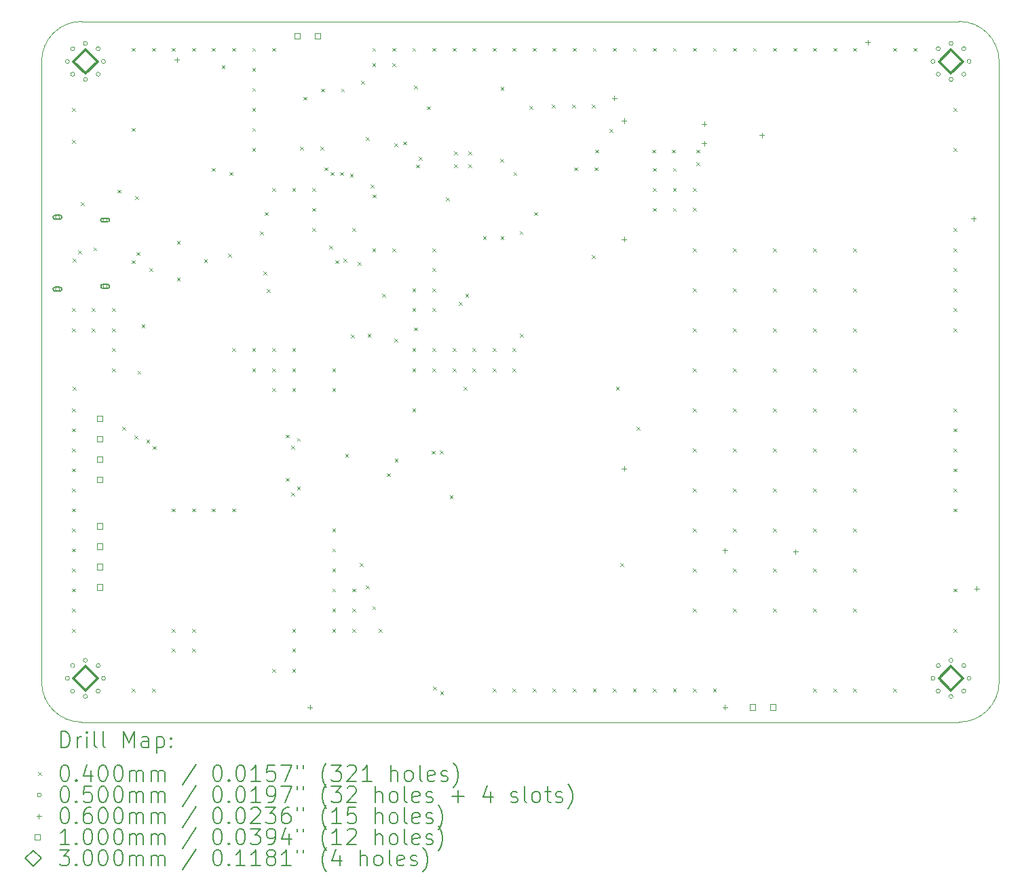
<source format=gbr>
%TF.GenerationSoftware,KiCad,Pcbnew,7.0.1*%
%TF.CreationDate,2023-10-22T20:19:52-04:00*%
%TF.ProjectId,battery_charging_devboard,62617474-6572-4795-9f63-68617267696e,rev?*%
%TF.SameCoordinates,Original*%
%TF.FileFunction,Drillmap*%
%TF.FilePolarity,Positive*%
%FSLAX45Y45*%
G04 Gerber Fmt 4.5, Leading zero omitted, Abs format (unit mm)*
G04 Created by KiCad (PCBNEW 7.0.1) date 2023-10-22 20:19:52*
%MOMM*%
%LPD*%
G01*
G04 APERTURE LIST*
%ADD10C,0.100000*%
%ADD11C,0.200000*%
%ADD12C,0.040000*%
%ADD13C,0.050000*%
%ADD14C,0.060000*%
%ADD15C,0.300000*%
G04 APERTURE END LIST*
D10*
X3853553Y-12146447D02*
X3853553Y-4400000D01*
X15800000Y-4400000D02*
G75*
G03*
X15300000Y-3900000I-500000J0D01*
G01*
X3853553Y-12146447D02*
G75*
G03*
X4353553Y-12646447I500000J0D01*
G01*
X15300000Y-12646447D02*
X4353553Y-12646447D01*
X15800000Y-12146447D02*
X15800000Y-4400000D01*
X4353553Y-3900000D02*
X15300000Y-3900000D01*
X4353553Y-3900000D02*
G75*
G03*
X3853553Y-4400000I0J-500000D01*
G01*
X15300000Y-12646450D02*
G75*
G03*
X15800000Y-12146447I0J500000D01*
G01*
D11*
D12*
X4230000Y-4980000D02*
X4270000Y-5020000D01*
X4270000Y-4980000D02*
X4230000Y-5020000D01*
X4230000Y-5380000D02*
X4270000Y-5420000D01*
X4270000Y-5380000D02*
X4230000Y-5420000D01*
X4230000Y-7480000D02*
X4270000Y-7520000D01*
X4270000Y-7480000D02*
X4230000Y-7520000D01*
X4230000Y-7730000D02*
X4270000Y-7770000D01*
X4270000Y-7730000D02*
X4230000Y-7770000D01*
X4230000Y-8730000D02*
X4270000Y-8770000D01*
X4270000Y-8730000D02*
X4230000Y-8770000D01*
X4230000Y-8980000D02*
X4270000Y-9020000D01*
X4270000Y-8980000D02*
X4230000Y-9020000D01*
X4230000Y-9230000D02*
X4270000Y-9270000D01*
X4270000Y-9230000D02*
X4230000Y-9270000D01*
X4230000Y-9480000D02*
X4270000Y-9520000D01*
X4270000Y-9480000D02*
X4230000Y-9520000D01*
X4230000Y-9730000D02*
X4270000Y-9770000D01*
X4270000Y-9730000D02*
X4230000Y-9770000D01*
X4230000Y-9980000D02*
X4270000Y-10020000D01*
X4270000Y-9980000D02*
X4230000Y-10020000D01*
X4230000Y-10230000D02*
X4270000Y-10270000D01*
X4270000Y-10230000D02*
X4230000Y-10270000D01*
X4230000Y-10480000D02*
X4270000Y-10520000D01*
X4270000Y-10480000D02*
X4230000Y-10520000D01*
X4230000Y-10730000D02*
X4270000Y-10770000D01*
X4270000Y-10730000D02*
X4230000Y-10770000D01*
X4230000Y-10980000D02*
X4270000Y-11020000D01*
X4270000Y-10980000D02*
X4230000Y-11020000D01*
X4230000Y-11230000D02*
X4270000Y-11270000D01*
X4270000Y-11230000D02*
X4230000Y-11270000D01*
X4230000Y-11480000D02*
X4270000Y-11520000D01*
X4270000Y-11480000D02*
X4230000Y-11520000D01*
X4240000Y-6860000D02*
X4280000Y-6900000D01*
X4280000Y-6860000D02*
X4240000Y-6900000D01*
X4240000Y-8460000D02*
X4280000Y-8500000D01*
X4280000Y-8460000D02*
X4240000Y-8500000D01*
X4309950Y-6760000D02*
X4349950Y-6800000D01*
X4349950Y-6760000D02*
X4309950Y-6800000D01*
X4340000Y-6160000D02*
X4380000Y-6200000D01*
X4380000Y-6160000D02*
X4340000Y-6200000D01*
X4480000Y-7480000D02*
X4520000Y-7520000D01*
X4520000Y-7480000D02*
X4480000Y-7520000D01*
X4480000Y-7730000D02*
X4520000Y-7770000D01*
X4520000Y-7730000D02*
X4480000Y-7770000D01*
X4500000Y-6720000D02*
X4540000Y-6760000D01*
X4540000Y-6720000D02*
X4500000Y-6760000D01*
X4730000Y-7480000D02*
X4770000Y-7520000D01*
X4770000Y-7480000D02*
X4730000Y-7520000D01*
X4730000Y-7730000D02*
X4770000Y-7770000D01*
X4770000Y-7730000D02*
X4730000Y-7770000D01*
X4730000Y-7980000D02*
X4770000Y-8020000D01*
X4770000Y-7980000D02*
X4730000Y-8020000D01*
X4730000Y-8230000D02*
X4770000Y-8270000D01*
X4770000Y-8230000D02*
X4730000Y-8270000D01*
X4800000Y-6000000D02*
X4840000Y-6040000D01*
X4840000Y-6000000D02*
X4800000Y-6040000D01*
X4860000Y-8960000D02*
X4900000Y-9000000D01*
X4900000Y-8960000D02*
X4860000Y-9000000D01*
X4980000Y-4230000D02*
X5020000Y-4270000D01*
X5020000Y-4230000D02*
X4980000Y-4270000D01*
X4980000Y-5230000D02*
X5020000Y-5270000D01*
X5020000Y-5230000D02*
X4980000Y-5270000D01*
X4980000Y-6880000D02*
X5020000Y-6920000D01*
X5020000Y-6880000D02*
X4980000Y-6920000D01*
X4980000Y-12230000D02*
X5020000Y-12270000D01*
X5020000Y-12230000D02*
X4980000Y-12270000D01*
X5010538Y-9069462D02*
X5050538Y-9109462D01*
X5050538Y-9069462D02*
X5010538Y-9109462D01*
X5020000Y-6080000D02*
X5060000Y-6120000D01*
X5060000Y-6080000D02*
X5020000Y-6120000D01*
X5040000Y-6780000D02*
X5080000Y-6820000D01*
X5080000Y-6780000D02*
X5040000Y-6820000D01*
X5049950Y-8260000D02*
X5089950Y-8300000D01*
X5089950Y-8260000D02*
X5049950Y-8300000D01*
X5100000Y-7680000D02*
X5140000Y-7720000D01*
X5140000Y-7680000D02*
X5100000Y-7720000D01*
X5160000Y-9120000D02*
X5200000Y-9160000D01*
X5200000Y-9120000D02*
X5160000Y-9160000D01*
X5200000Y-6980000D02*
X5240000Y-7020000D01*
X5240000Y-6980000D02*
X5200000Y-7020000D01*
X5230000Y-4230000D02*
X5270000Y-4270000D01*
X5270000Y-4230000D02*
X5230000Y-4270000D01*
X5230000Y-12230000D02*
X5270000Y-12270000D01*
X5270000Y-12230000D02*
X5230000Y-12270000D01*
X5240000Y-9200000D02*
X5280000Y-9240000D01*
X5280000Y-9200000D02*
X5240000Y-9240000D01*
X5480000Y-4230000D02*
X5520000Y-4270000D01*
X5520000Y-4230000D02*
X5480000Y-4270000D01*
X5480000Y-9980000D02*
X5520000Y-10020000D01*
X5520000Y-9980000D02*
X5480000Y-10020000D01*
X5480000Y-11480000D02*
X5520000Y-11520000D01*
X5520000Y-11480000D02*
X5480000Y-11520000D01*
X5480000Y-11730000D02*
X5520000Y-11770000D01*
X5520000Y-11730000D02*
X5480000Y-11770000D01*
X5540000Y-6640000D02*
X5580000Y-6680000D01*
X5580000Y-6640000D02*
X5540000Y-6680000D01*
X5540000Y-7100000D02*
X5580000Y-7140000D01*
X5580000Y-7100000D02*
X5540000Y-7140000D01*
X5730000Y-4230000D02*
X5770000Y-4270000D01*
X5770000Y-4230000D02*
X5730000Y-4270000D01*
X5730000Y-9980000D02*
X5770000Y-10020000D01*
X5770000Y-9980000D02*
X5730000Y-10020000D01*
X5730000Y-11480000D02*
X5770000Y-11520000D01*
X5770000Y-11480000D02*
X5730000Y-11520000D01*
X5730000Y-11730000D02*
X5770000Y-11770000D01*
X5770000Y-11730000D02*
X5730000Y-11770000D01*
X5880000Y-6868800D02*
X5920000Y-6908800D01*
X5920000Y-6868800D02*
X5880000Y-6908800D01*
X5980000Y-4230000D02*
X6020000Y-4270000D01*
X6020000Y-4230000D02*
X5980000Y-4270000D01*
X5980000Y-5730000D02*
X6020000Y-5770000D01*
X6020000Y-5730000D02*
X5980000Y-5770000D01*
X5980000Y-9980000D02*
X6020000Y-10020000D01*
X6020000Y-9980000D02*
X5980000Y-10020000D01*
X6100000Y-4444950D02*
X6140000Y-4484950D01*
X6140000Y-4444950D02*
X6100000Y-4484950D01*
X6180000Y-6800000D02*
X6220000Y-6840000D01*
X6220000Y-6800000D02*
X6180000Y-6840000D01*
X6200000Y-5780000D02*
X6240000Y-5820000D01*
X6240000Y-5780000D02*
X6200000Y-5820000D01*
X6230000Y-4230000D02*
X6270000Y-4270000D01*
X6270000Y-4230000D02*
X6230000Y-4270000D01*
X6230000Y-7980000D02*
X6270000Y-8020000D01*
X6270000Y-7980000D02*
X6230000Y-8020000D01*
X6230000Y-9980000D02*
X6270000Y-10020000D01*
X6270000Y-9980000D02*
X6230000Y-10020000D01*
X6480000Y-4230000D02*
X6520000Y-4270000D01*
X6520000Y-4230000D02*
X6480000Y-4270000D01*
X6480000Y-4480000D02*
X6520000Y-4520000D01*
X6520000Y-4480000D02*
X6480000Y-4520000D01*
X6480000Y-4730000D02*
X6520000Y-4770000D01*
X6520000Y-4730000D02*
X6480000Y-4770000D01*
X6480000Y-4980000D02*
X6520000Y-5020000D01*
X6520000Y-4980000D02*
X6480000Y-5020000D01*
X6480000Y-5230000D02*
X6520000Y-5270000D01*
X6520000Y-5230000D02*
X6480000Y-5270000D01*
X6480000Y-5480000D02*
X6520000Y-5520000D01*
X6520000Y-5480000D02*
X6480000Y-5520000D01*
X6480000Y-7980000D02*
X6520000Y-8020000D01*
X6520000Y-7980000D02*
X6480000Y-8020000D01*
X6480000Y-8230000D02*
X6520000Y-8270000D01*
X6520000Y-8230000D02*
X6480000Y-8270000D01*
X6580000Y-6520000D02*
X6620000Y-6560000D01*
X6620000Y-6520000D02*
X6580000Y-6560000D01*
X6620000Y-7020000D02*
X6660000Y-7060000D01*
X6660000Y-7020000D02*
X6620000Y-7060000D01*
X6640000Y-6280000D02*
X6680000Y-6320000D01*
X6680000Y-6280000D02*
X6640000Y-6320000D01*
X6660000Y-7240000D02*
X6700000Y-7280000D01*
X6700000Y-7240000D02*
X6660000Y-7280000D01*
X6730000Y-4230000D02*
X6770000Y-4270000D01*
X6770000Y-4230000D02*
X6730000Y-4270000D01*
X6730000Y-5980000D02*
X6770000Y-6020000D01*
X6770000Y-5980000D02*
X6730000Y-6020000D01*
X6730000Y-7980000D02*
X6770000Y-8020000D01*
X6770000Y-7980000D02*
X6730000Y-8020000D01*
X6730000Y-8230000D02*
X6770000Y-8270000D01*
X6770000Y-8230000D02*
X6730000Y-8270000D01*
X6730000Y-8480000D02*
X6770000Y-8520000D01*
X6770000Y-8480000D02*
X6730000Y-8520000D01*
X6730000Y-11980000D02*
X6770000Y-12020000D01*
X6770000Y-11980000D02*
X6730000Y-12020000D01*
X6900000Y-9055909D02*
X6940000Y-9095909D01*
X6940000Y-9055909D02*
X6900000Y-9095909D01*
X6900000Y-9600000D02*
X6940000Y-9640000D01*
X6940000Y-9600000D02*
X6900000Y-9640000D01*
X6969950Y-9780000D02*
X7009950Y-9820000D01*
X7009950Y-9780000D02*
X6969950Y-9820000D01*
X6970050Y-9195809D02*
X7010050Y-9235809D01*
X7010050Y-9195809D02*
X6970050Y-9235809D01*
X6980000Y-5980000D02*
X7020000Y-6020000D01*
X7020000Y-5980000D02*
X6980000Y-6020000D01*
X6980000Y-7980000D02*
X7020000Y-8020000D01*
X7020000Y-7980000D02*
X6980000Y-8020000D01*
X6980000Y-8230000D02*
X7020000Y-8270000D01*
X7020000Y-8230000D02*
X6980000Y-8270000D01*
X6980000Y-8480000D02*
X7020000Y-8520000D01*
X7020000Y-8480000D02*
X6980000Y-8520000D01*
X6980000Y-11480000D02*
X7020000Y-11520000D01*
X7020000Y-11480000D02*
X6980000Y-11520000D01*
X6980000Y-11730000D02*
X7020000Y-11770000D01*
X7020000Y-11730000D02*
X6980000Y-11770000D01*
X6980000Y-11980000D02*
X7020000Y-12020000D01*
X7020000Y-11980000D02*
X6980000Y-12020000D01*
X7040000Y-9100000D02*
X7080000Y-9140000D01*
X7080000Y-9100000D02*
X7040000Y-9140000D01*
X7040000Y-9702484D02*
X7080000Y-9742484D01*
X7080000Y-9702484D02*
X7040000Y-9742484D01*
X7080000Y-5460000D02*
X7120000Y-5500000D01*
X7120000Y-5460000D02*
X7080000Y-5500000D01*
X7120000Y-4840000D02*
X7160000Y-4880000D01*
X7160000Y-4840000D02*
X7120000Y-4880000D01*
X7230000Y-5980000D02*
X7270000Y-6020000D01*
X7270000Y-5980000D02*
X7230000Y-6020000D01*
X7230000Y-6230000D02*
X7270000Y-6270000D01*
X7270000Y-6230000D02*
X7230000Y-6270000D01*
X7230000Y-6480000D02*
X7270000Y-6520000D01*
X7270000Y-6480000D02*
X7230000Y-6520000D01*
X7330000Y-5460000D02*
X7370000Y-5500000D01*
X7370000Y-5460000D02*
X7330000Y-5500000D01*
X7340000Y-4740000D02*
X7380000Y-4780000D01*
X7380000Y-4740000D02*
X7340000Y-4780000D01*
X7380000Y-5720000D02*
X7420000Y-5760000D01*
X7420000Y-5720000D02*
X7380000Y-5760000D01*
X7440000Y-6700000D02*
X7480000Y-6740000D01*
X7480000Y-6700000D02*
X7440000Y-6740000D01*
X7460000Y-5780000D02*
X7500000Y-5820000D01*
X7500000Y-5780000D02*
X7460000Y-5820000D01*
X7480000Y-8230000D02*
X7520000Y-8270000D01*
X7520000Y-8230000D02*
X7480000Y-8270000D01*
X7480000Y-8480000D02*
X7520000Y-8520000D01*
X7520000Y-8480000D02*
X7480000Y-8520000D01*
X7480000Y-10230000D02*
X7520000Y-10270000D01*
X7520000Y-10230000D02*
X7480000Y-10270000D01*
X7480000Y-10480000D02*
X7520000Y-10520000D01*
X7520000Y-10480000D02*
X7480000Y-10520000D01*
X7480000Y-10730000D02*
X7520000Y-10770000D01*
X7520000Y-10730000D02*
X7480000Y-10770000D01*
X7480000Y-10980000D02*
X7520000Y-11020000D01*
X7520000Y-10980000D02*
X7480000Y-11020000D01*
X7480000Y-11230000D02*
X7520000Y-11270000D01*
X7520000Y-11230000D02*
X7480000Y-11270000D01*
X7480000Y-11480000D02*
X7520000Y-11520000D01*
X7520000Y-11480000D02*
X7480000Y-11520000D01*
X7520000Y-6880000D02*
X7560000Y-6920000D01*
X7560000Y-6880000D02*
X7520000Y-6920000D01*
X7580000Y-5780000D02*
X7620000Y-5820000D01*
X7620000Y-5780000D02*
X7580000Y-5820000D01*
X7590000Y-4740000D02*
X7630000Y-4780000D01*
X7630000Y-4740000D02*
X7590000Y-4780000D01*
X7620000Y-6860000D02*
X7660000Y-6900000D01*
X7660000Y-6860000D02*
X7620000Y-6900000D01*
X7640000Y-9300000D02*
X7680000Y-9340000D01*
X7680000Y-9300000D02*
X7640000Y-9340000D01*
X7700000Y-5800000D02*
X7740000Y-5840000D01*
X7740000Y-5800000D02*
X7700000Y-5840000D01*
X7710000Y-7810000D02*
X7750000Y-7850000D01*
X7750000Y-7810000D02*
X7710000Y-7850000D01*
X7730000Y-6480000D02*
X7770000Y-6520000D01*
X7770000Y-6480000D02*
X7730000Y-6520000D01*
X7730000Y-10980000D02*
X7770000Y-11020000D01*
X7770000Y-10980000D02*
X7730000Y-11020000D01*
X7730000Y-11230000D02*
X7770000Y-11270000D01*
X7770000Y-11230000D02*
X7730000Y-11270000D01*
X7730000Y-11480000D02*
X7770000Y-11520000D01*
X7770000Y-11480000D02*
X7730000Y-11520000D01*
X7800000Y-6900000D02*
X7840000Y-6940000D01*
X7840000Y-6900000D02*
X7800000Y-6940000D01*
X7820000Y-10660000D02*
X7860000Y-10700000D01*
X7860000Y-10660000D02*
X7820000Y-10700000D01*
X7840000Y-4640000D02*
X7880000Y-4680000D01*
X7880000Y-4640000D02*
X7840000Y-4680000D01*
X7900000Y-5345000D02*
X7940000Y-5385000D01*
X7940000Y-5345000D02*
X7900000Y-5385000D01*
X7900000Y-10940000D02*
X7940000Y-10980000D01*
X7940000Y-10940000D02*
X7900000Y-10980000D01*
X7920000Y-7800000D02*
X7960000Y-7840000D01*
X7960000Y-7800000D02*
X7920000Y-7840000D01*
X7960000Y-5940000D02*
X8000000Y-5980000D01*
X8000000Y-5940000D02*
X7960000Y-5980000D01*
X7980000Y-4230000D02*
X8020000Y-4270000D01*
X8020000Y-4230000D02*
X7980000Y-4270000D01*
X7980000Y-4420000D02*
X8020000Y-4460000D01*
X8020000Y-4420000D02*
X7980000Y-4460000D01*
X7980000Y-6730000D02*
X8020000Y-6770000D01*
X8020000Y-6730000D02*
X7980000Y-6770000D01*
X7980000Y-11200000D02*
X8020000Y-11240000D01*
X8020000Y-11200000D02*
X7980000Y-11240000D01*
X7984950Y-6058750D02*
X8024950Y-6098750D01*
X8024950Y-6058750D02*
X7984950Y-6098750D01*
X8060000Y-11480000D02*
X8100000Y-11520000D01*
X8100000Y-11480000D02*
X8060000Y-11520000D01*
X8100000Y-7300000D02*
X8140000Y-7340000D01*
X8140000Y-7300000D02*
X8100000Y-7340000D01*
X8160000Y-9540000D02*
X8200000Y-9580000D01*
X8200000Y-9540000D02*
X8160000Y-9580000D01*
X8230000Y-4230000D02*
X8270000Y-4270000D01*
X8270000Y-4230000D02*
X8230000Y-4270000D01*
X8230000Y-4420000D02*
X8270000Y-4460000D01*
X8270000Y-4420000D02*
X8230000Y-4460000D01*
X8230000Y-6730000D02*
X8270000Y-6770000D01*
X8270000Y-6730000D02*
X8230000Y-6770000D01*
X8255000Y-5420000D02*
X8295000Y-5460000D01*
X8295000Y-5420000D02*
X8255000Y-5460000D01*
X8257002Y-7857002D02*
X8297002Y-7897002D01*
X8297002Y-7857002D02*
X8257002Y-7897002D01*
X8260000Y-9360000D02*
X8300000Y-9400000D01*
X8300000Y-9360000D02*
X8260000Y-9400000D01*
X8362500Y-5398750D02*
X8402500Y-5438750D01*
X8402500Y-5398750D02*
X8362500Y-5438750D01*
X8480000Y-4230000D02*
X8520000Y-4270000D01*
X8520000Y-4230000D02*
X8480000Y-4270000D01*
X8480000Y-7230000D02*
X8520000Y-7270000D01*
X8520000Y-7230000D02*
X8480000Y-7270000D01*
X8480000Y-7480000D02*
X8520000Y-7520000D01*
X8520000Y-7480000D02*
X8480000Y-7520000D01*
X8480000Y-7980000D02*
X8520000Y-8020000D01*
X8520000Y-7980000D02*
X8480000Y-8020000D01*
X8480000Y-8230000D02*
X8520000Y-8270000D01*
X8520000Y-8230000D02*
X8480000Y-8270000D01*
X8480000Y-8730000D02*
X8520000Y-8770000D01*
X8520000Y-8730000D02*
X8480000Y-8770000D01*
X8500000Y-4700000D02*
X8540000Y-4740000D01*
X8540000Y-4700000D02*
X8500000Y-4740000D01*
X8500000Y-7720000D02*
X8540000Y-7760000D01*
X8540000Y-7720000D02*
X8500000Y-7760000D01*
X8524477Y-5686773D02*
X8564477Y-5726773D01*
X8564477Y-5686773D02*
X8524477Y-5726773D01*
X8557341Y-5592380D02*
X8597341Y-5632379D01*
X8597341Y-5592380D02*
X8557341Y-5632379D01*
X8660000Y-4960000D02*
X8700000Y-5000000D01*
X8700000Y-4960000D02*
X8660000Y-5000000D01*
X8720000Y-9260000D02*
X8760000Y-9300000D01*
X8760000Y-9260000D02*
X8720000Y-9300000D01*
X8730000Y-4230000D02*
X8770000Y-4270000D01*
X8770000Y-4230000D02*
X8730000Y-4270000D01*
X8730000Y-6730000D02*
X8770000Y-6770000D01*
X8770000Y-6730000D02*
X8730000Y-6770000D01*
X8730000Y-6980000D02*
X8770000Y-7020000D01*
X8770000Y-6980000D02*
X8730000Y-7020000D01*
X8730000Y-7230000D02*
X8770000Y-7270000D01*
X8770000Y-7230000D02*
X8730000Y-7270000D01*
X8730000Y-7480000D02*
X8770000Y-7520000D01*
X8770000Y-7480000D02*
X8730000Y-7520000D01*
X8730000Y-7980000D02*
X8770000Y-8020000D01*
X8770000Y-7980000D02*
X8730000Y-8020000D01*
X8730000Y-8230000D02*
X8770000Y-8270000D01*
X8770000Y-8230000D02*
X8730000Y-8270000D01*
X8740000Y-12200050D02*
X8780000Y-12240050D01*
X8780000Y-12200050D02*
X8740000Y-12240050D01*
X8822862Y-9257818D02*
X8862862Y-9297818D01*
X8862862Y-9257818D02*
X8822862Y-9297818D01*
X8826108Y-12260050D02*
X8866108Y-12300050D01*
X8866108Y-12260050D02*
X8826108Y-12300050D01*
X8900000Y-6096250D02*
X8940000Y-6136250D01*
X8940000Y-6096250D02*
X8900000Y-6136250D01*
X8945494Y-9814506D02*
X8985494Y-9854506D01*
X8985494Y-9814506D02*
X8945494Y-9854506D01*
X8980000Y-4230000D02*
X9020000Y-4270000D01*
X9020000Y-4230000D02*
X8980000Y-4270000D01*
X8980000Y-7980000D02*
X9020000Y-8020000D01*
X9020000Y-7980000D02*
X8980000Y-8020000D01*
X8980000Y-8230000D02*
X9020000Y-8270000D01*
X9020000Y-8230000D02*
X8980000Y-8270000D01*
X9000000Y-5520000D02*
X9040000Y-5560000D01*
X9040000Y-5520000D02*
X9000000Y-5560000D01*
X9000000Y-5680000D02*
X9040000Y-5720000D01*
X9040000Y-5680000D02*
X9000000Y-5720000D01*
X9060000Y-7400000D02*
X9100000Y-7440000D01*
X9100000Y-7400000D02*
X9060000Y-7440000D01*
X9120000Y-8460000D02*
X9160000Y-8500000D01*
X9160000Y-8460000D02*
X9120000Y-8500000D01*
X9140000Y-7300000D02*
X9180000Y-7340000D01*
X9180000Y-7300000D02*
X9140000Y-7340000D01*
X9180000Y-5520000D02*
X9220000Y-5560000D01*
X9220000Y-5520000D02*
X9180000Y-5560000D01*
X9180000Y-5680000D02*
X9220000Y-5720000D01*
X9220000Y-5680000D02*
X9180000Y-5720000D01*
X9230000Y-4230000D02*
X9270000Y-4270000D01*
X9270000Y-4230000D02*
X9230000Y-4270000D01*
X9230000Y-7980000D02*
X9270000Y-8020000D01*
X9270000Y-7980000D02*
X9230000Y-8020000D01*
X9230000Y-8230000D02*
X9270000Y-8270000D01*
X9270000Y-8230000D02*
X9230000Y-8270000D01*
X9360000Y-6580000D02*
X9400000Y-6620000D01*
X9400000Y-6580000D02*
X9360000Y-6620000D01*
X9480000Y-4230000D02*
X9520000Y-4270000D01*
X9520000Y-4230000D02*
X9480000Y-4270000D01*
X9480000Y-7980000D02*
X9520000Y-8020000D01*
X9520000Y-7980000D02*
X9480000Y-8020000D01*
X9480000Y-8230000D02*
X9520000Y-8270000D01*
X9520000Y-8230000D02*
X9480000Y-8270000D01*
X9480000Y-12230000D02*
X9520000Y-12270000D01*
X9520000Y-12230000D02*
X9480000Y-12270000D01*
X9573969Y-5613969D02*
X9613969Y-5653969D01*
X9613969Y-5613969D02*
X9573969Y-5653969D01*
X9580000Y-4720000D02*
X9620000Y-4760000D01*
X9620000Y-4720000D02*
X9580000Y-4760000D01*
X9580000Y-6580000D02*
X9620000Y-6620000D01*
X9620000Y-6580000D02*
X9580000Y-6620000D01*
X9730000Y-4230000D02*
X9770000Y-4270000D01*
X9770000Y-4230000D02*
X9730000Y-4270000D01*
X9730000Y-7980000D02*
X9770000Y-8020000D01*
X9770000Y-7980000D02*
X9730000Y-8020000D01*
X9730000Y-8230000D02*
X9770000Y-8270000D01*
X9770000Y-8230000D02*
X9730000Y-8270000D01*
X9730000Y-12230000D02*
X9770000Y-12270000D01*
X9770000Y-12230000D02*
X9730000Y-12270000D01*
X9740000Y-5780000D02*
X9780000Y-5820000D01*
X9780000Y-5780000D02*
X9740000Y-5820000D01*
X9817500Y-6517500D02*
X9857500Y-6557500D01*
X9857500Y-6517500D02*
X9817500Y-6557500D01*
X9820000Y-7800000D02*
X9860000Y-7840000D01*
X9860000Y-7800000D02*
X9820000Y-7840000D01*
X9940000Y-4954950D02*
X9980000Y-4994950D01*
X9980000Y-4954950D02*
X9940000Y-4994950D01*
X9980000Y-4230000D02*
X10020000Y-4270000D01*
X10020000Y-4230000D02*
X9980000Y-4270000D01*
X9980000Y-12230000D02*
X10020000Y-12270000D01*
X10020000Y-12230000D02*
X9980000Y-12270000D01*
X10000000Y-6280000D02*
X10040000Y-6320000D01*
X10040000Y-6280000D02*
X10000000Y-6320000D01*
X10220000Y-4940000D02*
X10260000Y-4980000D01*
X10260000Y-4940000D02*
X10220000Y-4980000D01*
X10230000Y-4230000D02*
X10270000Y-4270000D01*
X10270000Y-4230000D02*
X10230000Y-4270000D01*
X10230000Y-12230000D02*
X10270000Y-12270000D01*
X10270000Y-12230000D02*
X10230000Y-12270000D01*
X10470000Y-4940000D02*
X10510000Y-4980000D01*
X10510000Y-4940000D02*
X10470000Y-4980000D01*
X10480000Y-4230000D02*
X10520000Y-4270000D01*
X10520000Y-4230000D02*
X10480000Y-4270000D01*
X10480000Y-12230000D02*
X10520000Y-12270000D01*
X10520000Y-12230000D02*
X10480000Y-12270000D01*
X10500000Y-5720000D02*
X10540000Y-5760000D01*
X10540000Y-5720000D02*
X10500000Y-5760000D01*
X10720000Y-4940000D02*
X10760000Y-4980000D01*
X10760000Y-4940000D02*
X10720000Y-4980000D01*
X10720000Y-6820000D02*
X10760000Y-6860000D01*
X10760000Y-6820000D02*
X10720000Y-6860000D01*
X10730000Y-4230000D02*
X10770000Y-4270000D01*
X10770000Y-4230000D02*
X10730000Y-4270000D01*
X10730000Y-12230000D02*
X10770000Y-12270000D01*
X10770000Y-12230000D02*
X10730000Y-12270000D01*
X10750000Y-5720000D02*
X10790000Y-5760000D01*
X10790000Y-5720000D02*
X10750000Y-5760000D01*
X10760000Y-5500000D02*
X10800000Y-5540000D01*
X10800000Y-5500000D02*
X10760000Y-5540000D01*
X10940050Y-5240000D02*
X10980050Y-5280000D01*
X10980050Y-5240000D02*
X10940050Y-5280000D01*
X10980000Y-4230000D02*
X11020000Y-4270000D01*
X11020000Y-4230000D02*
X10980000Y-4270000D01*
X10980000Y-12230000D02*
X11020000Y-12270000D01*
X11020000Y-12230000D02*
X10980000Y-12270000D01*
X11020000Y-8460000D02*
X11060000Y-8500000D01*
X11060000Y-8460000D02*
X11020000Y-8500000D01*
X11074500Y-10660000D02*
X11114500Y-10700000D01*
X11114500Y-10660000D02*
X11074500Y-10700000D01*
X11230000Y-4230000D02*
X11270000Y-4270000D01*
X11270000Y-4230000D02*
X11230000Y-4270000D01*
X11230000Y-12230000D02*
X11270000Y-12270000D01*
X11270000Y-12230000D02*
X11230000Y-12270000D01*
X11280000Y-8960000D02*
X11320000Y-9000000D01*
X11320000Y-8960000D02*
X11280000Y-9000000D01*
X11470000Y-5500000D02*
X11510000Y-5540000D01*
X11510000Y-5500000D02*
X11470000Y-5540000D01*
X11480000Y-4230000D02*
X11520000Y-4270000D01*
X11520000Y-4230000D02*
X11480000Y-4270000D01*
X11480000Y-5730000D02*
X11520000Y-5770000D01*
X11520000Y-5730000D02*
X11480000Y-5770000D01*
X11480000Y-5980000D02*
X11520000Y-6020000D01*
X11520000Y-5980000D02*
X11480000Y-6020000D01*
X11480000Y-6230000D02*
X11520000Y-6270000D01*
X11520000Y-6230000D02*
X11480000Y-6270000D01*
X11480000Y-12230000D02*
X11520000Y-12270000D01*
X11520000Y-12230000D02*
X11480000Y-12270000D01*
X11720000Y-5500000D02*
X11760000Y-5540000D01*
X11760000Y-5500000D02*
X11720000Y-5540000D01*
X11730000Y-4230000D02*
X11770000Y-4270000D01*
X11770000Y-4230000D02*
X11730000Y-4270000D01*
X11730000Y-5730000D02*
X11770000Y-5770000D01*
X11770000Y-5730000D02*
X11730000Y-5770000D01*
X11730000Y-5980000D02*
X11770000Y-6020000D01*
X11770000Y-5980000D02*
X11730000Y-6020000D01*
X11730000Y-6230000D02*
X11770000Y-6270000D01*
X11770000Y-6230000D02*
X11730000Y-6270000D01*
X11730000Y-12230000D02*
X11770000Y-12270000D01*
X11770000Y-12230000D02*
X11730000Y-12270000D01*
X11977890Y-6227167D02*
X12017890Y-6267167D01*
X12017890Y-6227167D02*
X11977890Y-6267167D01*
X11980000Y-4230000D02*
X12020000Y-4270000D01*
X12020000Y-4230000D02*
X11980000Y-4270000D01*
X11980000Y-5980000D02*
X12020000Y-6020000D01*
X12020000Y-5980000D02*
X11980000Y-6020000D01*
X11980000Y-6730000D02*
X12020000Y-6770000D01*
X12020000Y-6730000D02*
X11980000Y-6770000D01*
X11980000Y-7230000D02*
X12020000Y-7270000D01*
X12020000Y-7230000D02*
X11980000Y-7270000D01*
X11980000Y-7730000D02*
X12020000Y-7770000D01*
X12020000Y-7730000D02*
X11980000Y-7770000D01*
X11980000Y-8230000D02*
X12020000Y-8270000D01*
X12020000Y-8230000D02*
X11980000Y-8270000D01*
X11980000Y-8730000D02*
X12020000Y-8770000D01*
X12020000Y-8730000D02*
X11980000Y-8770000D01*
X11980000Y-9230000D02*
X12020000Y-9270000D01*
X12020000Y-9230000D02*
X11980000Y-9270000D01*
X11980000Y-9730000D02*
X12020000Y-9770000D01*
X12020000Y-9730000D02*
X11980000Y-9770000D01*
X11980000Y-10230000D02*
X12020000Y-10270000D01*
X12020000Y-10230000D02*
X11980000Y-10270000D01*
X11980000Y-10730000D02*
X12020000Y-10770000D01*
X12020000Y-10730000D02*
X11980000Y-10770000D01*
X11980000Y-11230000D02*
X12020000Y-11270000D01*
X12020000Y-11230000D02*
X11980000Y-11270000D01*
X11980000Y-12230000D02*
X12020000Y-12270000D01*
X12020000Y-12230000D02*
X11980000Y-12270000D01*
X12020000Y-5500000D02*
X12060000Y-5540000D01*
X12060000Y-5500000D02*
X12020000Y-5540000D01*
X12020000Y-5660000D02*
X12060000Y-5700000D01*
X12060000Y-5660000D02*
X12020000Y-5700000D01*
X12230000Y-4230000D02*
X12270000Y-4270000D01*
X12270000Y-4230000D02*
X12230000Y-4270000D01*
X12230000Y-12230000D02*
X12270000Y-12270000D01*
X12270000Y-12230000D02*
X12230000Y-12270000D01*
X12480000Y-4230000D02*
X12520000Y-4270000D01*
X12520000Y-4230000D02*
X12480000Y-4270000D01*
X12480000Y-6730000D02*
X12520000Y-6770000D01*
X12520000Y-6730000D02*
X12480000Y-6770000D01*
X12480000Y-7230000D02*
X12520000Y-7270000D01*
X12520000Y-7230000D02*
X12480000Y-7270000D01*
X12480000Y-7730000D02*
X12520000Y-7770000D01*
X12520000Y-7730000D02*
X12480000Y-7770000D01*
X12480000Y-8230000D02*
X12520000Y-8270000D01*
X12520000Y-8230000D02*
X12480000Y-8270000D01*
X12480000Y-8730000D02*
X12520000Y-8770000D01*
X12520000Y-8730000D02*
X12480000Y-8770000D01*
X12480000Y-9230000D02*
X12520000Y-9270000D01*
X12520000Y-9230000D02*
X12480000Y-9270000D01*
X12480000Y-9730000D02*
X12520000Y-9770000D01*
X12520000Y-9730000D02*
X12480000Y-9770000D01*
X12480000Y-10230000D02*
X12520000Y-10270000D01*
X12520000Y-10230000D02*
X12480000Y-10270000D01*
X12480000Y-10730000D02*
X12520000Y-10770000D01*
X12520000Y-10730000D02*
X12480000Y-10770000D01*
X12480000Y-11230000D02*
X12520000Y-11270000D01*
X12520000Y-11230000D02*
X12480000Y-11270000D01*
X12730000Y-4230000D02*
X12770000Y-4270000D01*
X12770000Y-4230000D02*
X12730000Y-4270000D01*
X12980000Y-4230000D02*
X13020000Y-4270000D01*
X13020000Y-4230000D02*
X12980000Y-4270000D01*
X12980000Y-6730000D02*
X13020000Y-6770000D01*
X13020000Y-6730000D02*
X12980000Y-6770000D01*
X12980000Y-7230000D02*
X13020000Y-7270000D01*
X13020000Y-7230000D02*
X12980000Y-7270000D01*
X12980000Y-7730000D02*
X13020000Y-7770000D01*
X13020000Y-7730000D02*
X12980000Y-7770000D01*
X12980000Y-8230000D02*
X13020000Y-8270000D01*
X13020000Y-8230000D02*
X12980000Y-8270000D01*
X12980000Y-8730000D02*
X13020000Y-8770000D01*
X13020000Y-8730000D02*
X12980000Y-8770000D01*
X12980000Y-9230000D02*
X13020000Y-9270000D01*
X13020000Y-9230000D02*
X12980000Y-9270000D01*
X12980000Y-9730000D02*
X13020000Y-9770000D01*
X13020000Y-9730000D02*
X12980000Y-9770000D01*
X12980000Y-10230000D02*
X13020000Y-10270000D01*
X13020000Y-10230000D02*
X12980000Y-10270000D01*
X12980000Y-10730000D02*
X13020000Y-10770000D01*
X13020000Y-10730000D02*
X12980000Y-10770000D01*
X12980000Y-11230000D02*
X13020000Y-11270000D01*
X13020000Y-11230000D02*
X12980000Y-11270000D01*
X13230000Y-4230000D02*
X13270000Y-4270000D01*
X13270000Y-4230000D02*
X13230000Y-4270000D01*
X13480000Y-4230000D02*
X13520000Y-4270000D01*
X13520000Y-4230000D02*
X13480000Y-4270000D01*
X13480000Y-6730000D02*
X13520000Y-6770000D01*
X13520000Y-6730000D02*
X13480000Y-6770000D01*
X13480000Y-7230000D02*
X13520000Y-7270000D01*
X13520000Y-7230000D02*
X13480000Y-7270000D01*
X13480000Y-7730000D02*
X13520000Y-7770000D01*
X13520000Y-7730000D02*
X13480000Y-7770000D01*
X13480000Y-8230000D02*
X13520000Y-8270000D01*
X13520000Y-8230000D02*
X13480000Y-8270000D01*
X13480000Y-8730000D02*
X13520000Y-8770000D01*
X13520000Y-8730000D02*
X13480000Y-8770000D01*
X13480000Y-9230000D02*
X13520000Y-9270000D01*
X13520000Y-9230000D02*
X13480000Y-9270000D01*
X13480000Y-9730000D02*
X13520000Y-9770000D01*
X13520000Y-9730000D02*
X13480000Y-9770000D01*
X13480000Y-10230000D02*
X13520000Y-10270000D01*
X13520000Y-10230000D02*
X13480000Y-10270000D01*
X13480000Y-10730000D02*
X13520000Y-10770000D01*
X13520000Y-10730000D02*
X13480000Y-10770000D01*
X13480000Y-11230000D02*
X13520000Y-11270000D01*
X13520000Y-11230000D02*
X13480000Y-11270000D01*
X13480000Y-12230000D02*
X13520000Y-12270000D01*
X13520000Y-12230000D02*
X13480000Y-12270000D01*
X13730000Y-4230000D02*
X13770000Y-4270000D01*
X13770000Y-4230000D02*
X13730000Y-4270000D01*
X13730000Y-12230000D02*
X13770000Y-12270000D01*
X13770000Y-12230000D02*
X13730000Y-12270000D01*
X13980000Y-4230000D02*
X14020000Y-4270000D01*
X14020000Y-4230000D02*
X13980000Y-4270000D01*
X13980000Y-6730000D02*
X14020000Y-6770000D01*
X14020000Y-6730000D02*
X13980000Y-6770000D01*
X13980000Y-7230000D02*
X14020000Y-7270000D01*
X14020000Y-7230000D02*
X13980000Y-7270000D01*
X13980000Y-7730000D02*
X14020000Y-7770000D01*
X14020000Y-7730000D02*
X13980000Y-7770000D01*
X13980000Y-8230000D02*
X14020000Y-8270000D01*
X14020000Y-8230000D02*
X13980000Y-8270000D01*
X13980000Y-8730000D02*
X14020000Y-8770000D01*
X14020000Y-8730000D02*
X13980000Y-8770000D01*
X13980000Y-9230000D02*
X14020000Y-9270000D01*
X14020000Y-9230000D02*
X13980000Y-9270000D01*
X13980000Y-9730000D02*
X14020000Y-9770000D01*
X14020000Y-9730000D02*
X13980000Y-9770000D01*
X13980000Y-10230000D02*
X14020000Y-10270000D01*
X14020000Y-10230000D02*
X13980000Y-10270000D01*
X13980000Y-10730000D02*
X14020000Y-10770000D01*
X14020000Y-10730000D02*
X13980000Y-10770000D01*
X13980000Y-11230000D02*
X14020000Y-11270000D01*
X14020000Y-11230000D02*
X13980000Y-11270000D01*
X13980000Y-12230000D02*
X14020000Y-12270000D01*
X14020000Y-12230000D02*
X13980000Y-12270000D01*
X14480000Y-4230000D02*
X14520000Y-4270000D01*
X14520000Y-4230000D02*
X14480000Y-4270000D01*
X14480000Y-12230000D02*
X14520000Y-12270000D01*
X14520000Y-12230000D02*
X14480000Y-12270000D01*
X14730000Y-4230000D02*
X14770000Y-4270000D01*
X14770000Y-4230000D02*
X14730000Y-4270000D01*
X15230000Y-4980000D02*
X15270000Y-5020000D01*
X15270000Y-4980000D02*
X15230000Y-5020000D01*
X15230000Y-5480000D02*
X15270000Y-5520000D01*
X15270000Y-5480000D02*
X15230000Y-5520000D01*
X15230000Y-6480000D02*
X15270000Y-6520000D01*
X15270000Y-6480000D02*
X15230000Y-6520000D01*
X15230000Y-6730000D02*
X15270000Y-6770000D01*
X15270000Y-6730000D02*
X15230000Y-6770000D01*
X15230000Y-6980000D02*
X15270000Y-7020000D01*
X15270000Y-6980000D02*
X15230000Y-7020000D01*
X15230000Y-7230000D02*
X15270000Y-7270000D01*
X15270000Y-7230000D02*
X15230000Y-7270000D01*
X15230000Y-7480000D02*
X15270000Y-7520000D01*
X15270000Y-7480000D02*
X15230000Y-7520000D01*
X15230000Y-7730000D02*
X15270000Y-7770000D01*
X15270000Y-7730000D02*
X15230000Y-7770000D01*
X15230000Y-8730000D02*
X15270000Y-8770000D01*
X15270000Y-8730000D02*
X15230000Y-8770000D01*
X15230000Y-8980000D02*
X15270000Y-9020000D01*
X15270000Y-8980000D02*
X15230000Y-9020000D01*
X15230000Y-9230000D02*
X15270000Y-9270000D01*
X15270000Y-9230000D02*
X15230000Y-9270000D01*
X15230000Y-9480000D02*
X15270000Y-9520000D01*
X15270000Y-9480000D02*
X15230000Y-9520000D01*
X15230000Y-9730000D02*
X15270000Y-9770000D01*
X15270000Y-9730000D02*
X15230000Y-9770000D01*
X15230000Y-9980000D02*
X15270000Y-10020000D01*
X15270000Y-9980000D02*
X15230000Y-10020000D01*
X15230000Y-10980000D02*
X15270000Y-11020000D01*
X15270000Y-10980000D02*
X15230000Y-11020000D01*
X15230000Y-11480000D02*
X15270000Y-11520000D01*
X15270000Y-11480000D02*
X15230000Y-11520000D01*
D13*
X4076000Y-6344750D02*
G75*
G03*
X4076000Y-6344750I-25000J0D01*
G01*
D11*
X4081000Y-6319750D02*
X4021000Y-6319750D01*
X4021000Y-6319750D02*
G75*
G03*
X4021000Y-6369750I0J-25000D01*
G01*
X4021000Y-6369750D02*
X4081000Y-6369750D01*
X4081000Y-6369750D02*
G75*
G03*
X4081000Y-6319750I0J25000D01*
G01*
D13*
X4076000Y-7242750D02*
G75*
G03*
X4076000Y-7242750I-25000J0D01*
G01*
D11*
X4081000Y-7217750D02*
X4021000Y-7217750D01*
X4021000Y-7217750D02*
G75*
G03*
X4021000Y-7267750I0J-25000D01*
G01*
X4021000Y-7267750D02*
X4081000Y-7267750D01*
X4081000Y-7267750D02*
G75*
G03*
X4081000Y-7217750I0J25000D01*
G01*
D13*
X4200000Y-4400000D02*
G75*
G03*
X4200000Y-4400000I-25000J0D01*
G01*
X4200000Y-12100000D02*
G75*
G03*
X4200000Y-12100000I-25000J0D01*
G01*
X4265901Y-4240901D02*
G75*
G03*
X4265901Y-4240901I-25000J0D01*
G01*
X4265901Y-4559099D02*
G75*
G03*
X4265901Y-4559099I-25000J0D01*
G01*
X4265901Y-11940901D02*
G75*
G03*
X4265901Y-11940901I-25000J0D01*
G01*
X4265901Y-12259099D02*
G75*
G03*
X4265901Y-12259099I-25000J0D01*
G01*
X4425000Y-4175000D02*
G75*
G03*
X4425000Y-4175000I-25000J0D01*
G01*
X4425000Y-4625000D02*
G75*
G03*
X4425000Y-4625000I-25000J0D01*
G01*
X4425000Y-11875000D02*
G75*
G03*
X4425000Y-11875000I-25000J0D01*
G01*
X4425000Y-12325000D02*
G75*
G03*
X4425000Y-12325000I-25000J0D01*
G01*
X4584099Y-4240901D02*
G75*
G03*
X4584099Y-4240901I-25000J0D01*
G01*
X4584099Y-4559099D02*
G75*
G03*
X4584099Y-4559099I-25000J0D01*
G01*
X4584099Y-11940901D02*
G75*
G03*
X4584099Y-11940901I-25000J0D01*
G01*
X4584099Y-12259099D02*
G75*
G03*
X4584099Y-12259099I-25000J0D01*
G01*
X4650000Y-4400000D02*
G75*
G03*
X4650000Y-4400000I-25000J0D01*
G01*
X4650000Y-12100000D02*
G75*
G03*
X4650000Y-12100000I-25000J0D01*
G01*
X4671000Y-6380750D02*
G75*
G03*
X4671000Y-6380750I-25000J0D01*
G01*
D11*
X4676000Y-6355750D02*
X4616000Y-6355750D01*
X4616000Y-6355750D02*
G75*
G03*
X4616000Y-6405750I0J-25000D01*
G01*
X4616000Y-6405750D02*
X4676000Y-6405750D01*
X4676000Y-6405750D02*
G75*
G03*
X4676000Y-6355750I0J25000D01*
G01*
D13*
X4671000Y-7206750D02*
G75*
G03*
X4671000Y-7206750I-25000J0D01*
G01*
D11*
X4676000Y-7181750D02*
X4616000Y-7181750D01*
X4616000Y-7181750D02*
G75*
G03*
X4616000Y-7231750I0J-25000D01*
G01*
X4616000Y-7231750D02*
X4676000Y-7231750D01*
X4676000Y-7231750D02*
G75*
G03*
X4676000Y-7181750I0J25000D01*
G01*
D13*
X15000000Y-4400000D02*
G75*
G03*
X15000000Y-4400000I-25000J0D01*
G01*
X15000000Y-12100000D02*
G75*
G03*
X15000000Y-12100000I-25000J0D01*
G01*
X15065901Y-4240901D02*
G75*
G03*
X15065901Y-4240901I-25000J0D01*
G01*
X15065901Y-4559099D02*
G75*
G03*
X15065901Y-4559099I-25000J0D01*
G01*
X15065901Y-11940901D02*
G75*
G03*
X15065901Y-11940901I-25000J0D01*
G01*
X15065901Y-12259099D02*
G75*
G03*
X15065901Y-12259099I-25000J0D01*
G01*
X15225000Y-4175000D02*
G75*
G03*
X15225000Y-4175000I-25000J0D01*
G01*
X15225000Y-4625000D02*
G75*
G03*
X15225000Y-4625000I-25000J0D01*
G01*
X15225000Y-11875000D02*
G75*
G03*
X15225000Y-11875000I-25000J0D01*
G01*
X15225000Y-12325000D02*
G75*
G03*
X15225000Y-12325000I-25000J0D01*
G01*
X15384099Y-4240901D02*
G75*
G03*
X15384099Y-4240901I-25000J0D01*
G01*
X15384099Y-4559099D02*
G75*
G03*
X15384099Y-4559099I-25000J0D01*
G01*
X15384099Y-11940901D02*
G75*
G03*
X15384099Y-11940901I-25000J0D01*
G01*
X15384099Y-12259099D02*
G75*
G03*
X15384099Y-12259099I-25000J0D01*
G01*
X15450000Y-4400000D02*
G75*
G03*
X15450000Y-4400000I-25000J0D01*
G01*
X15450000Y-12100000D02*
G75*
G03*
X15450000Y-12100000I-25000J0D01*
G01*
D14*
X5540000Y-4350000D02*
X5540000Y-4410000D01*
X5510000Y-4380000D02*
X5570000Y-4380000D01*
X7200000Y-12430000D02*
X7200000Y-12490000D01*
X7170000Y-12460000D02*
X7230000Y-12460000D01*
X11000000Y-4830000D02*
X11000000Y-4890000D01*
X10970000Y-4860000D02*
X11030000Y-4860000D01*
X11120000Y-5110000D02*
X11120000Y-5170000D01*
X11090000Y-5140000D02*
X11150000Y-5140000D01*
X11120000Y-6590000D02*
X11120000Y-6650000D01*
X11090000Y-6620000D02*
X11150000Y-6620000D01*
X11120000Y-9450000D02*
X11120000Y-9510000D01*
X11090000Y-9480000D02*
X11150000Y-9480000D01*
X12120000Y-5150000D02*
X12120000Y-5210000D01*
X12090000Y-5180000D02*
X12150000Y-5180000D01*
X12120000Y-5390000D02*
X12120000Y-5450000D01*
X12090000Y-5420000D02*
X12150000Y-5420000D01*
X12380000Y-10470000D02*
X12380000Y-10530000D01*
X12350000Y-10500000D02*
X12410000Y-10500000D01*
X12380000Y-12430000D02*
X12380000Y-12490000D01*
X12350000Y-12460000D02*
X12410000Y-12460000D01*
X12840000Y-5290000D02*
X12840000Y-5350000D01*
X12810000Y-5320000D02*
X12870000Y-5320000D01*
X13260000Y-10490000D02*
X13260000Y-10550000D01*
X13230000Y-10520000D02*
X13290000Y-10520000D01*
X14160000Y-4130000D02*
X14160000Y-4190000D01*
X14130000Y-4160000D02*
X14190000Y-4160000D01*
X15480000Y-6330000D02*
X15480000Y-6390000D01*
X15450000Y-6360000D02*
X15510000Y-6360000D01*
X15520000Y-10950000D02*
X15520000Y-11010000D01*
X15490000Y-10980000D02*
X15550000Y-10980000D01*
D10*
X4615356Y-8893356D02*
X4615356Y-8822644D01*
X4544644Y-8822644D01*
X4544644Y-8893356D01*
X4615356Y-8893356D01*
X4615356Y-9147356D02*
X4615356Y-9076644D01*
X4544644Y-9076644D01*
X4544644Y-9147356D01*
X4615356Y-9147356D01*
X4615356Y-9401356D02*
X4615356Y-9330644D01*
X4544644Y-9330644D01*
X4544644Y-9401356D01*
X4615356Y-9401356D01*
X4615356Y-9655356D02*
X4615356Y-9584644D01*
X4544644Y-9584644D01*
X4544644Y-9655356D01*
X4615356Y-9655356D01*
X4615356Y-10233356D02*
X4615356Y-10162644D01*
X4544644Y-10162644D01*
X4544644Y-10233356D01*
X4615356Y-10233356D01*
X4615356Y-10487356D02*
X4615356Y-10416644D01*
X4544644Y-10416644D01*
X4544644Y-10487356D01*
X4615356Y-10487356D01*
X4615356Y-10741356D02*
X4615356Y-10670644D01*
X4544644Y-10670644D01*
X4544644Y-10741356D01*
X4615356Y-10741356D01*
X4615356Y-10995356D02*
X4615356Y-10924644D01*
X4544644Y-10924644D01*
X4544644Y-10995356D01*
X4615356Y-10995356D01*
X7075356Y-4115356D02*
X7075356Y-4044644D01*
X7004644Y-4044644D01*
X7004644Y-4115356D01*
X7075356Y-4115356D01*
X7329356Y-4115356D02*
X7329356Y-4044644D01*
X7258644Y-4044644D01*
X7258644Y-4115356D01*
X7329356Y-4115356D01*
X12761356Y-12495356D02*
X12761356Y-12424644D01*
X12690644Y-12424644D01*
X12690644Y-12495356D01*
X12761356Y-12495356D01*
X13015356Y-12495356D02*
X13015356Y-12424644D01*
X12944644Y-12424644D01*
X12944644Y-12495356D01*
X13015356Y-12495356D01*
D15*
X4400000Y-4550000D02*
X4550000Y-4400000D01*
X4400000Y-4250000D01*
X4250000Y-4400000D01*
X4400000Y-4550000D01*
X4400000Y-12250000D02*
X4550000Y-12100000D01*
X4400000Y-11950000D01*
X4250000Y-12100000D01*
X4400000Y-12250000D01*
X15200000Y-4550000D02*
X15350000Y-4400000D01*
X15200000Y-4250000D01*
X15050000Y-4400000D01*
X15200000Y-4550000D01*
X15200000Y-12250000D02*
X15350000Y-12100000D01*
X15200000Y-11950000D01*
X15050000Y-12100000D01*
X15200000Y-12250000D01*
D11*
X4096172Y-12963970D02*
X4096172Y-12763970D01*
X4096172Y-12763970D02*
X4143791Y-12763970D01*
X4143791Y-12763970D02*
X4172363Y-12773494D01*
X4172363Y-12773494D02*
X4191410Y-12792542D01*
X4191410Y-12792542D02*
X4200934Y-12811589D01*
X4200934Y-12811589D02*
X4210458Y-12849685D01*
X4210458Y-12849685D02*
X4210458Y-12878256D01*
X4210458Y-12878256D02*
X4200934Y-12916351D01*
X4200934Y-12916351D02*
X4191410Y-12935399D01*
X4191410Y-12935399D02*
X4172363Y-12954447D01*
X4172363Y-12954447D02*
X4143791Y-12963970D01*
X4143791Y-12963970D02*
X4096172Y-12963970D01*
X4296172Y-12963970D02*
X4296172Y-12830637D01*
X4296172Y-12868732D02*
X4305696Y-12849685D01*
X4305696Y-12849685D02*
X4315220Y-12840161D01*
X4315220Y-12840161D02*
X4334268Y-12830637D01*
X4334268Y-12830637D02*
X4353315Y-12830637D01*
X4419982Y-12963970D02*
X4419982Y-12830637D01*
X4419982Y-12763970D02*
X4410458Y-12773494D01*
X4410458Y-12773494D02*
X4419982Y-12783018D01*
X4419982Y-12783018D02*
X4429506Y-12773494D01*
X4429506Y-12773494D02*
X4419982Y-12763970D01*
X4419982Y-12763970D02*
X4419982Y-12783018D01*
X4543791Y-12963970D02*
X4524744Y-12954447D01*
X4524744Y-12954447D02*
X4515220Y-12935399D01*
X4515220Y-12935399D02*
X4515220Y-12763970D01*
X4648553Y-12963970D02*
X4629506Y-12954447D01*
X4629506Y-12954447D02*
X4619982Y-12935399D01*
X4619982Y-12935399D02*
X4619982Y-12763970D01*
X4877125Y-12963970D02*
X4877125Y-12763970D01*
X4877125Y-12763970D02*
X4943792Y-12906827D01*
X4943792Y-12906827D02*
X5010458Y-12763970D01*
X5010458Y-12763970D02*
X5010458Y-12963970D01*
X5191411Y-12963970D02*
X5191411Y-12859208D01*
X5191411Y-12859208D02*
X5181887Y-12840161D01*
X5181887Y-12840161D02*
X5162839Y-12830637D01*
X5162839Y-12830637D02*
X5124744Y-12830637D01*
X5124744Y-12830637D02*
X5105696Y-12840161D01*
X5191411Y-12954447D02*
X5172363Y-12963970D01*
X5172363Y-12963970D02*
X5124744Y-12963970D01*
X5124744Y-12963970D02*
X5105696Y-12954447D01*
X5105696Y-12954447D02*
X5096172Y-12935399D01*
X5096172Y-12935399D02*
X5096172Y-12916351D01*
X5096172Y-12916351D02*
X5105696Y-12897304D01*
X5105696Y-12897304D02*
X5124744Y-12887780D01*
X5124744Y-12887780D02*
X5172363Y-12887780D01*
X5172363Y-12887780D02*
X5191411Y-12878256D01*
X5286649Y-12830637D02*
X5286649Y-13030637D01*
X5286649Y-12840161D02*
X5305696Y-12830637D01*
X5305696Y-12830637D02*
X5343792Y-12830637D01*
X5343792Y-12830637D02*
X5362839Y-12840161D01*
X5362839Y-12840161D02*
X5372363Y-12849685D01*
X5372363Y-12849685D02*
X5381887Y-12868732D01*
X5381887Y-12868732D02*
X5381887Y-12925875D01*
X5381887Y-12925875D02*
X5372363Y-12944923D01*
X5372363Y-12944923D02*
X5362839Y-12954447D01*
X5362839Y-12954447D02*
X5343792Y-12963970D01*
X5343792Y-12963970D02*
X5305696Y-12963970D01*
X5305696Y-12963970D02*
X5286649Y-12954447D01*
X5467601Y-12944923D02*
X5477125Y-12954447D01*
X5477125Y-12954447D02*
X5467601Y-12963970D01*
X5467601Y-12963970D02*
X5458077Y-12954447D01*
X5458077Y-12954447D02*
X5467601Y-12944923D01*
X5467601Y-12944923D02*
X5467601Y-12963970D01*
X5467601Y-12840161D02*
X5477125Y-12849685D01*
X5477125Y-12849685D02*
X5467601Y-12859208D01*
X5467601Y-12859208D02*
X5458077Y-12849685D01*
X5458077Y-12849685D02*
X5467601Y-12840161D01*
X5467601Y-12840161D02*
X5467601Y-12859208D01*
D12*
X3808553Y-13271447D02*
X3848553Y-13311447D01*
X3848553Y-13271447D02*
X3808553Y-13311447D01*
D11*
X4134268Y-13183970D02*
X4153315Y-13183970D01*
X4153315Y-13183970D02*
X4172363Y-13193494D01*
X4172363Y-13193494D02*
X4181887Y-13203018D01*
X4181887Y-13203018D02*
X4191410Y-13222066D01*
X4191410Y-13222066D02*
X4200934Y-13260161D01*
X4200934Y-13260161D02*
X4200934Y-13307780D01*
X4200934Y-13307780D02*
X4191410Y-13345875D01*
X4191410Y-13345875D02*
X4181887Y-13364923D01*
X4181887Y-13364923D02*
X4172363Y-13374447D01*
X4172363Y-13374447D02*
X4153315Y-13383970D01*
X4153315Y-13383970D02*
X4134268Y-13383970D01*
X4134268Y-13383970D02*
X4115220Y-13374447D01*
X4115220Y-13374447D02*
X4105696Y-13364923D01*
X4105696Y-13364923D02*
X4096172Y-13345875D01*
X4096172Y-13345875D02*
X4086649Y-13307780D01*
X4086649Y-13307780D02*
X4086649Y-13260161D01*
X4086649Y-13260161D02*
X4096172Y-13222066D01*
X4096172Y-13222066D02*
X4105696Y-13203018D01*
X4105696Y-13203018D02*
X4115220Y-13193494D01*
X4115220Y-13193494D02*
X4134268Y-13183970D01*
X4286649Y-13364923D02*
X4296172Y-13374447D01*
X4296172Y-13374447D02*
X4286649Y-13383970D01*
X4286649Y-13383970D02*
X4277125Y-13374447D01*
X4277125Y-13374447D02*
X4286649Y-13364923D01*
X4286649Y-13364923D02*
X4286649Y-13383970D01*
X4467601Y-13250637D02*
X4467601Y-13383970D01*
X4419982Y-13174447D02*
X4372363Y-13317304D01*
X4372363Y-13317304D02*
X4496172Y-13317304D01*
X4610458Y-13183970D02*
X4629506Y-13183970D01*
X4629506Y-13183970D02*
X4648553Y-13193494D01*
X4648553Y-13193494D02*
X4658077Y-13203018D01*
X4658077Y-13203018D02*
X4667601Y-13222066D01*
X4667601Y-13222066D02*
X4677125Y-13260161D01*
X4677125Y-13260161D02*
X4677125Y-13307780D01*
X4677125Y-13307780D02*
X4667601Y-13345875D01*
X4667601Y-13345875D02*
X4658077Y-13364923D01*
X4658077Y-13364923D02*
X4648553Y-13374447D01*
X4648553Y-13374447D02*
X4629506Y-13383970D01*
X4629506Y-13383970D02*
X4610458Y-13383970D01*
X4610458Y-13383970D02*
X4591411Y-13374447D01*
X4591411Y-13374447D02*
X4581887Y-13364923D01*
X4581887Y-13364923D02*
X4572363Y-13345875D01*
X4572363Y-13345875D02*
X4562839Y-13307780D01*
X4562839Y-13307780D02*
X4562839Y-13260161D01*
X4562839Y-13260161D02*
X4572363Y-13222066D01*
X4572363Y-13222066D02*
X4581887Y-13203018D01*
X4581887Y-13203018D02*
X4591411Y-13193494D01*
X4591411Y-13193494D02*
X4610458Y-13183970D01*
X4800934Y-13183970D02*
X4819982Y-13183970D01*
X4819982Y-13183970D02*
X4839030Y-13193494D01*
X4839030Y-13193494D02*
X4848553Y-13203018D01*
X4848553Y-13203018D02*
X4858077Y-13222066D01*
X4858077Y-13222066D02*
X4867601Y-13260161D01*
X4867601Y-13260161D02*
X4867601Y-13307780D01*
X4867601Y-13307780D02*
X4858077Y-13345875D01*
X4858077Y-13345875D02*
X4848553Y-13364923D01*
X4848553Y-13364923D02*
X4839030Y-13374447D01*
X4839030Y-13374447D02*
X4819982Y-13383970D01*
X4819982Y-13383970D02*
X4800934Y-13383970D01*
X4800934Y-13383970D02*
X4781887Y-13374447D01*
X4781887Y-13374447D02*
X4772363Y-13364923D01*
X4772363Y-13364923D02*
X4762839Y-13345875D01*
X4762839Y-13345875D02*
X4753315Y-13307780D01*
X4753315Y-13307780D02*
X4753315Y-13260161D01*
X4753315Y-13260161D02*
X4762839Y-13222066D01*
X4762839Y-13222066D02*
X4772363Y-13203018D01*
X4772363Y-13203018D02*
X4781887Y-13193494D01*
X4781887Y-13193494D02*
X4800934Y-13183970D01*
X4953315Y-13383970D02*
X4953315Y-13250637D01*
X4953315Y-13269685D02*
X4962839Y-13260161D01*
X4962839Y-13260161D02*
X4981887Y-13250637D01*
X4981887Y-13250637D02*
X5010458Y-13250637D01*
X5010458Y-13250637D02*
X5029506Y-13260161D01*
X5029506Y-13260161D02*
X5039030Y-13279208D01*
X5039030Y-13279208D02*
X5039030Y-13383970D01*
X5039030Y-13279208D02*
X5048553Y-13260161D01*
X5048553Y-13260161D02*
X5067601Y-13250637D01*
X5067601Y-13250637D02*
X5096172Y-13250637D01*
X5096172Y-13250637D02*
X5115220Y-13260161D01*
X5115220Y-13260161D02*
X5124744Y-13279208D01*
X5124744Y-13279208D02*
X5124744Y-13383970D01*
X5219982Y-13383970D02*
X5219982Y-13250637D01*
X5219982Y-13269685D02*
X5229506Y-13260161D01*
X5229506Y-13260161D02*
X5248553Y-13250637D01*
X5248553Y-13250637D02*
X5277125Y-13250637D01*
X5277125Y-13250637D02*
X5296173Y-13260161D01*
X5296173Y-13260161D02*
X5305696Y-13279208D01*
X5305696Y-13279208D02*
X5305696Y-13383970D01*
X5305696Y-13279208D02*
X5315220Y-13260161D01*
X5315220Y-13260161D02*
X5334268Y-13250637D01*
X5334268Y-13250637D02*
X5362839Y-13250637D01*
X5362839Y-13250637D02*
X5381887Y-13260161D01*
X5381887Y-13260161D02*
X5391411Y-13279208D01*
X5391411Y-13279208D02*
X5391411Y-13383970D01*
X5781887Y-13174447D02*
X5610458Y-13431589D01*
X6039030Y-13183970D02*
X6058077Y-13183970D01*
X6058077Y-13183970D02*
X6077125Y-13193494D01*
X6077125Y-13193494D02*
X6086649Y-13203018D01*
X6086649Y-13203018D02*
X6096173Y-13222066D01*
X6096173Y-13222066D02*
X6105696Y-13260161D01*
X6105696Y-13260161D02*
X6105696Y-13307780D01*
X6105696Y-13307780D02*
X6096173Y-13345875D01*
X6096173Y-13345875D02*
X6086649Y-13364923D01*
X6086649Y-13364923D02*
X6077125Y-13374447D01*
X6077125Y-13374447D02*
X6058077Y-13383970D01*
X6058077Y-13383970D02*
X6039030Y-13383970D01*
X6039030Y-13383970D02*
X6019982Y-13374447D01*
X6019982Y-13374447D02*
X6010458Y-13364923D01*
X6010458Y-13364923D02*
X6000934Y-13345875D01*
X6000934Y-13345875D02*
X5991411Y-13307780D01*
X5991411Y-13307780D02*
X5991411Y-13260161D01*
X5991411Y-13260161D02*
X6000934Y-13222066D01*
X6000934Y-13222066D02*
X6010458Y-13203018D01*
X6010458Y-13203018D02*
X6019982Y-13193494D01*
X6019982Y-13193494D02*
X6039030Y-13183970D01*
X6191411Y-13364923D02*
X6200934Y-13374447D01*
X6200934Y-13374447D02*
X6191411Y-13383970D01*
X6191411Y-13383970D02*
X6181887Y-13374447D01*
X6181887Y-13374447D02*
X6191411Y-13364923D01*
X6191411Y-13364923D02*
X6191411Y-13383970D01*
X6324744Y-13183970D02*
X6343792Y-13183970D01*
X6343792Y-13183970D02*
X6362839Y-13193494D01*
X6362839Y-13193494D02*
X6372363Y-13203018D01*
X6372363Y-13203018D02*
X6381887Y-13222066D01*
X6381887Y-13222066D02*
X6391411Y-13260161D01*
X6391411Y-13260161D02*
X6391411Y-13307780D01*
X6391411Y-13307780D02*
X6381887Y-13345875D01*
X6381887Y-13345875D02*
X6372363Y-13364923D01*
X6372363Y-13364923D02*
X6362839Y-13374447D01*
X6362839Y-13374447D02*
X6343792Y-13383970D01*
X6343792Y-13383970D02*
X6324744Y-13383970D01*
X6324744Y-13383970D02*
X6305696Y-13374447D01*
X6305696Y-13374447D02*
X6296173Y-13364923D01*
X6296173Y-13364923D02*
X6286649Y-13345875D01*
X6286649Y-13345875D02*
X6277125Y-13307780D01*
X6277125Y-13307780D02*
X6277125Y-13260161D01*
X6277125Y-13260161D02*
X6286649Y-13222066D01*
X6286649Y-13222066D02*
X6296173Y-13203018D01*
X6296173Y-13203018D02*
X6305696Y-13193494D01*
X6305696Y-13193494D02*
X6324744Y-13183970D01*
X6581887Y-13383970D02*
X6467601Y-13383970D01*
X6524744Y-13383970D02*
X6524744Y-13183970D01*
X6524744Y-13183970D02*
X6505696Y-13212542D01*
X6505696Y-13212542D02*
X6486649Y-13231589D01*
X6486649Y-13231589D02*
X6467601Y-13241113D01*
X6762839Y-13183970D02*
X6667601Y-13183970D01*
X6667601Y-13183970D02*
X6658077Y-13279208D01*
X6658077Y-13279208D02*
X6667601Y-13269685D01*
X6667601Y-13269685D02*
X6686649Y-13260161D01*
X6686649Y-13260161D02*
X6734268Y-13260161D01*
X6734268Y-13260161D02*
X6753315Y-13269685D01*
X6753315Y-13269685D02*
X6762839Y-13279208D01*
X6762839Y-13279208D02*
X6772363Y-13298256D01*
X6772363Y-13298256D02*
X6772363Y-13345875D01*
X6772363Y-13345875D02*
X6762839Y-13364923D01*
X6762839Y-13364923D02*
X6753315Y-13374447D01*
X6753315Y-13374447D02*
X6734268Y-13383970D01*
X6734268Y-13383970D02*
X6686649Y-13383970D01*
X6686649Y-13383970D02*
X6667601Y-13374447D01*
X6667601Y-13374447D02*
X6658077Y-13364923D01*
X6839030Y-13183970D02*
X6972363Y-13183970D01*
X6972363Y-13183970D02*
X6886649Y-13383970D01*
X7039030Y-13183970D02*
X7039030Y-13222066D01*
X7115220Y-13183970D02*
X7115220Y-13222066D01*
X7410458Y-13460161D02*
X7400935Y-13450637D01*
X7400935Y-13450637D02*
X7381887Y-13422066D01*
X7381887Y-13422066D02*
X7372363Y-13403018D01*
X7372363Y-13403018D02*
X7362839Y-13374447D01*
X7362839Y-13374447D02*
X7353316Y-13326827D01*
X7353316Y-13326827D02*
X7353316Y-13288732D01*
X7353316Y-13288732D02*
X7362839Y-13241113D01*
X7362839Y-13241113D02*
X7372363Y-13212542D01*
X7372363Y-13212542D02*
X7381887Y-13193494D01*
X7381887Y-13193494D02*
X7400935Y-13164923D01*
X7400935Y-13164923D02*
X7410458Y-13155399D01*
X7467601Y-13183970D02*
X7591411Y-13183970D01*
X7591411Y-13183970D02*
X7524744Y-13260161D01*
X7524744Y-13260161D02*
X7553316Y-13260161D01*
X7553316Y-13260161D02*
X7572363Y-13269685D01*
X7572363Y-13269685D02*
X7581887Y-13279208D01*
X7581887Y-13279208D02*
X7591411Y-13298256D01*
X7591411Y-13298256D02*
X7591411Y-13345875D01*
X7591411Y-13345875D02*
X7581887Y-13364923D01*
X7581887Y-13364923D02*
X7572363Y-13374447D01*
X7572363Y-13374447D02*
X7553316Y-13383970D01*
X7553316Y-13383970D02*
X7496173Y-13383970D01*
X7496173Y-13383970D02*
X7477125Y-13374447D01*
X7477125Y-13374447D02*
X7467601Y-13364923D01*
X7667601Y-13203018D02*
X7677125Y-13193494D01*
X7677125Y-13193494D02*
X7696173Y-13183970D01*
X7696173Y-13183970D02*
X7743792Y-13183970D01*
X7743792Y-13183970D02*
X7762839Y-13193494D01*
X7762839Y-13193494D02*
X7772363Y-13203018D01*
X7772363Y-13203018D02*
X7781887Y-13222066D01*
X7781887Y-13222066D02*
X7781887Y-13241113D01*
X7781887Y-13241113D02*
X7772363Y-13269685D01*
X7772363Y-13269685D02*
X7658077Y-13383970D01*
X7658077Y-13383970D02*
X7781887Y-13383970D01*
X7972363Y-13383970D02*
X7858077Y-13383970D01*
X7915220Y-13383970D02*
X7915220Y-13183970D01*
X7915220Y-13183970D02*
X7896173Y-13212542D01*
X7896173Y-13212542D02*
X7877125Y-13231589D01*
X7877125Y-13231589D02*
X7858077Y-13241113D01*
X8210458Y-13383970D02*
X8210458Y-13183970D01*
X8296173Y-13383970D02*
X8296173Y-13279208D01*
X8296173Y-13279208D02*
X8286649Y-13260161D01*
X8286649Y-13260161D02*
X8267601Y-13250637D01*
X8267601Y-13250637D02*
X8239030Y-13250637D01*
X8239030Y-13250637D02*
X8219982Y-13260161D01*
X8219982Y-13260161D02*
X8210458Y-13269685D01*
X8419982Y-13383970D02*
X8400935Y-13374447D01*
X8400935Y-13374447D02*
X8391411Y-13364923D01*
X8391411Y-13364923D02*
X8381887Y-13345875D01*
X8381887Y-13345875D02*
X8381887Y-13288732D01*
X8381887Y-13288732D02*
X8391411Y-13269685D01*
X8391411Y-13269685D02*
X8400935Y-13260161D01*
X8400935Y-13260161D02*
X8419982Y-13250637D01*
X8419982Y-13250637D02*
X8448554Y-13250637D01*
X8448554Y-13250637D02*
X8467601Y-13260161D01*
X8467601Y-13260161D02*
X8477125Y-13269685D01*
X8477125Y-13269685D02*
X8486649Y-13288732D01*
X8486649Y-13288732D02*
X8486649Y-13345875D01*
X8486649Y-13345875D02*
X8477125Y-13364923D01*
X8477125Y-13364923D02*
X8467601Y-13374447D01*
X8467601Y-13374447D02*
X8448554Y-13383970D01*
X8448554Y-13383970D02*
X8419982Y-13383970D01*
X8600935Y-13383970D02*
X8581887Y-13374447D01*
X8581887Y-13374447D02*
X8572363Y-13355399D01*
X8572363Y-13355399D02*
X8572363Y-13183970D01*
X8753316Y-13374447D02*
X8734268Y-13383970D01*
X8734268Y-13383970D02*
X8696173Y-13383970D01*
X8696173Y-13383970D02*
X8677125Y-13374447D01*
X8677125Y-13374447D02*
X8667601Y-13355399D01*
X8667601Y-13355399D02*
X8667601Y-13279208D01*
X8667601Y-13279208D02*
X8677125Y-13260161D01*
X8677125Y-13260161D02*
X8696173Y-13250637D01*
X8696173Y-13250637D02*
X8734268Y-13250637D01*
X8734268Y-13250637D02*
X8753316Y-13260161D01*
X8753316Y-13260161D02*
X8762840Y-13279208D01*
X8762840Y-13279208D02*
X8762840Y-13298256D01*
X8762840Y-13298256D02*
X8667601Y-13317304D01*
X8839030Y-13374447D02*
X8858078Y-13383970D01*
X8858078Y-13383970D02*
X8896173Y-13383970D01*
X8896173Y-13383970D02*
X8915221Y-13374447D01*
X8915221Y-13374447D02*
X8924744Y-13355399D01*
X8924744Y-13355399D02*
X8924744Y-13345875D01*
X8924744Y-13345875D02*
X8915221Y-13326827D01*
X8915221Y-13326827D02*
X8896173Y-13317304D01*
X8896173Y-13317304D02*
X8867601Y-13317304D01*
X8867601Y-13317304D02*
X8848554Y-13307780D01*
X8848554Y-13307780D02*
X8839030Y-13288732D01*
X8839030Y-13288732D02*
X8839030Y-13279208D01*
X8839030Y-13279208D02*
X8848554Y-13260161D01*
X8848554Y-13260161D02*
X8867601Y-13250637D01*
X8867601Y-13250637D02*
X8896173Y-13250637D01*
X8896173Y-13250637D02*
X8915221Y-13260161D01*
X8991411Y-13460161D02*
X9000935Y-13450637D01*
X9000935Y-13450637D02*
X9019982Y-13422066D01*
X9019982Y-13422066D02*
X9029506Y-13403018D01*
X9029506Y-13403018D02*
X9039030Y-13374447D01*
X9039030Y-13374447D02*
X9048554Y-13326827D01*
X9048554Y-13326827D02*
X9048554Y-13288732D01*
X9048554Y-13288732D02*
X9039030Y-13241113D01*
X9039030Y-13241113D02*
X9029506Y-13212542D01*
X9029506Y-13212542D02*
X9019982Y-13193494D01*
X9019982Y-13193494D02*
X9000935Y-13164923D01*
X9000935Y-13164923D02*
X8991411Y-13155399D01*
D13*
X3848553Y-13555447D02*
G75*
G03*
X3848553Y-13555447I-25000J0D01*
G01*
D11*
X4134268Y-13447970D02*
X4153315Y-13447970D01*
X4153315Y-13447970D02*
X4172363Y-13457494D01*
X4172363Y-13457494D02*
X4181887Y-13467018D01*
X4181887Y-13467018D02*
X4191410Y-13486066D01*
X4191410Y-13486066D02*
X4200934Y-13524161D01*
X4200934Y-13524161D02*
X4200934Y-13571780D01*
X4200934Y-13571780D02*
X4191410Y-13609875D01*
X4191410Y-13609875D02*
X4181887Y-13628923D01*
X4181887Y-13628923D02*
X4172363Y-13638447D01*
X4172363Y-13638447D02*
X4153315Y-13647970D01*
X4153315Y-13647970D02*
X4134268Y-13647970D01*
X4134268Y-13647970D02*
X4115220Y-13638447D01*
X4115220Y-13638447D02*
X4105696Y-13628923D01*
X4105696Y-13628923D02*
X4096172Y-13609875D01*
X4096172Y-13609875D02*
X4086649Y-13571780D01*
X4086649Y-13571780D02*
X4086649Y-13524161D01*
X4086649Y-13524161D02*
X4096172Y-13486066D01*
X4096172Y-13486066D02*
X4105696Y-13467018D01*
X4105696Y-13467018D02*
X4115220Y-13457494D01*
X4115220Y-13457494D02*
X4134268Y-13447970D01*
X4286649Y-13628923D02*
X4296172Y-13638447D01*
X4296172Y-13638447D02*
X4286649Y-13647970D01*
X4286649Y-13647970D02*
X4277125Y-13638447D01*
X4277125Y-13638447D02*
X4286649Y-13628923D01*
X4286649Y-13628923D02*
X4286649Y-13647970D01*
X4477125Y-13447970D02*
X4381887Y-13447970D01*
X4381887Y-13447970D02*
X4372363Y-13543208D01*
X4372363Y-13543208D02*
X4381887Y-13533685D01*
X4381887Y-13533685D02*
X4400934Y-13524161D01*
X4400934Y-13524161D02*
X4448553Y-13524161D01*
X4448553Y-13524161D02*
X4467601Y-13533685D01*
X4467601Y-13533685D02*
X4477125Y-13543208D01*
X4477125Y-13543208D02*
X4486649Y-13562256D01*
X4486649Y-13562256D02*
X4486649Y-13609875D01*
X4486649Y-13609875D02*
X4477125Y-13628923D01*
X4477125Y-13628923D02*
X4467601Y-13638447D01*
X4467601Y-13638447D02*
X4448553Y-13647970D01*
X4448553Y-13647970D02*
X4400934Y-13647970D01*
X4400934Y-13647970D02*
X4381887Y-13638447D01*
X4381887Y-13638447D02*
X4372363Y-13628923D01*
X4610458Y-13447970D02*
X4629506Y-13447970D01*
X4629506Y-13447970D02*
X4648553Y-13457494D01*
X4648553Y-13457494D02*
X4658077Y-13467018D01*
X4658077Y-13467018D02*
X4667601Y-13486066D01*
X4667601Y-13486066D02*
X4677125Y-13524161D01*
X4677125Y-13524161D02*
X4677125Y-13571780D01*
X4677125Y-13571780D02*
X4667601Y-13609875D01*
X4667601Y-13609875D02*
X4658077Y-13628923D01*
X4658077Y-13628923D02*
X4648553Y-13638447D01*
X4648553Y-13638447D02*
X4629506Y-13647970D01*
X4629506Y-13647970D02*
X4610458Y-13647970D01*
X4610458Y-13647970D02*
X4591411Y-13638447D01*
X4591411Y-13638447D02*
X4581887Y-13628923D01*
X4581887Y-13628923D02*
X4572363Y-13609875D01*
X4572363Y-13609875D02*
X4562839Y-13571780D01*
X4562839Y-13571780D02*
X4562839Y-13524161D01*
X4562839Y-13524161D02*
X4572363Y-13486066D01*
X4572363Y-13486066D02*
X4581887Y-13467018D01*
X4581887Y-13467018D02*
X4591411Y-13457494D01*
X4591411Y-13457494D02*
X4610458Y-13447970D01*
X4800934Y-13447970D02*
X4819982Y-13447970D01*
X4819982Y-13447970D02*
X4839030Y-13457494D01*
X4839030Y-13457494D02*
X4848553Y-13467018D01*
X4848553Y-13467018D02*
X4858077Y-13486066D01*
X4858077Y-13486066D02*
X4867601Y-13524161D01*
X4867601Y-13524161D02*
X4867601Y-13571780D01*
X4867601Y-13571780D02*
X4858077Y-13609875D01*
X4858077Y-13609875D02*
X4848553Y-13628923D01*
X4848553Y-13628923D02*
X4839030Y-13638447D01*
X4839030Y-13638447D02*
X4819982Y-13647970D01*
X4819982Y-13647970D02*
X4800934Y-13647970D01*
X4800934Y-13647970D02*
X4781887Y-13638447D01*
X4781887Y-13638447D02*
X4772363Y-13628923D01*
X4772363Y-13628923D02*
X4762839Y-13609875D01*
X4762839Y-13609875D02*
X4753315Y-13571780D01*
X4753315Y-13571780D02*
X4753315Y-13524161D01*
X4753315Y-13524161D02*
X4762839Y-13486066D01*
X4762839Y-13486066D02*
X4772363Y-13467018D01*
X4772363Y-13467018D02*
X4781887Y-13457494D01*
X4781887Y-13457494D02*
X4800934Y-13447970D01*
X4953315Y-13647970D02*
X4953315Y-13514637D01*
X4953315Y-13533685D02*
X4962839Y-13524161D01*
X4962839Y-13524161D02*
X4981887Y-13514637D01*
X4981887Y-13514637D02*
X5010458Y-13514637D01*
X5010458Y-13514637D02*
X5029506Y-13524161D01*
X5029506Y-13524161D02*
X5039030Y-13543208D01*
X5039030Y-13543208D02*
X5039030Y-13647970D01*
X5039030Y-13543208D02*
X5048553Y-13524161D01*
X5048553Y-13524161D02*
X5067601Y-13514637D01*
X5067601Y-13514637D02*
X5096172Y-13514637D01*
X5096172Y-13514637D02*
X5115220Y-13524161D01*
X5115220Y-13524161D02*
X5124744Y-13543208D01*
X5124744Y-13543208D02*
X5124744Y-13647970D01*
X5219982Y-13647970D02*
X5219982Y-13514637D01*
X5219982Y-13533685D02*
X5229506Y-13524161D01*
X5229506Y-13524161D02*
X5248553Y-13514637D01*
X5248553Y-13514637D02*
X5277125Y-13514637D01*
X5277125Y-13514637D02*
X5296173Y-13524161D01*
X5296173Y-13524161D02*
X5305696Y-13543208D01*
X5305696Y-13543208D02*
X5305696Y-13647970D01*
X5305696Y-13543208D02*
X5315220Y-13524161D01*
X5315220Y-13524161D02*
X5334268Y-13514637D01*
X5334268Y-13514637D02*
X5362839Y-13514637D01*
X5362839Y-13514637D02*
X5381887Y-13524161D01*
X5381887Y-13524161D02*
X5391411Y-13543208D01*
X5391411Y-13543208D02*
X5391411Y-13647970D01*
X5781887Y-13438447D02*
X5610458Y-13695589D01*
X6039030Y-13447970D02*
X6058077Y-13447970D01*
X6058077Y-13447970D02*
X6077125Y-13457494D01*
X6077125Y-13457494D02*
X6086649Y-13467018D01*
X6086649Y-13467018D02*
X6096173Y-13486066D01*
X6096173Y-13486066D02*
X6105696Y-13524161D01*
X6105696Y-13524161D02*
X6105696Y-13571780D01*
X6105696Y-13571780D02*
X6096173Y-13609875D01*
X6096173Y-13609875D02*
X6086649Y-13628923D01*
X6086649Y-13628923D02*
X6077125Y-13638447D01*
X6077125Y-13638447D02*
X6058077Y-13647970D01*
X6058077Y-13647970D02*
X6039030Y-13647970D01*
X6039030Y-13647970D02*
X6019982Y-13638447D01*
X6019982Y-13638447D02*
X6010458Y-13628923D01*
X6010458Y-13628923D02*
X6000934Y-13609875D01*
X6000934Y-13609875D02*
X5991411Y-13571780D01*
X5991411Y-13571780D02*
X5991411Y-13524161D01*
X5991411Y-13524161D02*
X6000934Y-13486066D01*
X6000934Y-13486066D02*
X6010458Y-13467018D01*
X6010458Y-13467018D02*
X6019982Y-13457494D01*
X6019982Y-13457494D02*
X6039030Y-13447970D01*
X6191411Y-13628923D02*
X6200934Y-13638447D01*
X6200934Y-13638447D02*
X6191411Y-13647970D01*
X6191411Y-13647970D02*
X6181887Y-13638447D01*
X6181887Y-13638447D02*
X6191411Y-13628923D01*
X6191411Y-13628923D02*
X6191411Y-13647970D01*
X6324744Y-13447970D02*
X6343792Y-13447970D01*
X6343792Y-13447970D02*
X6362839Y-13457494D01*
X6362839Y-13457494D02*
X6372363Y-13467018D01*
X6372363Y-13467018D02*
X6381887Y-13486066D01*
X6381887Y-13486066D02*
X6391411Y-13524161D01*
X6391411Y-13524161D02*
X6391411Y-13571780D01*
X6391411Y-13571780D02*
X6381887Y-13609875D01*
X6381887Y-13609875D02*
X6372363Y-13628923D01*
X6372363Y-13628923D02*
X6362839Y-13638447D01*
X6362839Y-13638447D02*
X6343792Y-13647970D01*
X6343792Y-13647970D02*
X6324744Y-13647970D01*
X6324744Y-13647970D02*
X6305696Y-13638447D01*
X6305696Y-13638447D02*
X6296173Y-13628923D01*
X6296173Y-13628923D02*
X6286649Y-13609875D01*
X6286649Y-13609875D02*
X6277125Y-13571780D01*
X6277125Y-13571780D02*
X6277125Y-13524161D01*
X6277125Y-13524161D02*
X6286649Y-13486066D01*
X6286649Y-13486066D02*
X6296173Y-13467018D01*
X6296173Y-13467018D02*
X6305696Y-13457494D01*
X6305696Y-13457494D02*
X6324744Y-13447970D01*
X6581887Y-13647970D02*
X6467601Y-13647970D01*
X6524744Y-13647970D02*
X6524744Y-13447970D01*
X6524744Y-13447970D02*
X6505696Y-13476542D01*
X6505696Y-13476542D02*
X6486649Y-13495589D01*
X6486649Y-13495589D02*
X6467601Y-13505113D01*
X6677125Y-13647970D02*
X6715220Y-13647970D01*
X6715220Y-13647970D02*
X6734268Y-13638447D01*
X6734268Y-13638447D02*
X6743792Y-13628923D01*
X6743792Y-13628923D02*
X6762839Y-13600351D01*
X6762839Y-13600351D02*
X6772363Y-13562256D01*
X6772363Y-13562256D02*
X6772363Y-13486066D01*
X6772363Y-13486066D02*
X6762839Y-13467018D01*
X6762839Y-13467018D02*
X6753315Y-13457494D01*
X6753315Y-13457494D02*
X6734268Y-13447970D01*
X6734268Y-13447970D02*
X6696173Y-13447970D01*
X6696173Y-13447970D02*
X6677125Y-13457494D01*
X6677125Y-13457494D02*
X6667601Y-13467018D01*
X6667601Y-13467018D02*
X6658077Y-13486066D01*
X6658077Y-13486066D02*
X6658077Y-13533685D01*
X6658077Y-13533685D02*
X6667601Y-13552732D01*
X6667601Y-13552732D02*
X6677125Y-13562256D01*
X6677125Y-13562256D02*
X6696173Y-13571780D01*
X6696173Y-13571780D02*
X6734268Y-13571780D01*
X6734268Y-13571780D02*
X6753315Y-13562256D01*
X6753315Y-13562256D02*
X6762839Y-13552732D01*
X6762839Y-13552732D02*
X6772363Y-13533685D01*
X6839030Y-13447970D02*
X6972363Y-13447970D01*
X6972363Y-13447970D02*
X6886649Y-13647970D01*
X7039030Y-13447970D02*
X7039030Y-13486066D01*
X7115220Y-13447970D02*
X7115220Y-13486066D01*
X7410458Y-13724161D02*
X7400935Y-13714637D01*
X7400935Y-13714637D02*
X7381887Y-13686066D01*
X7381887Y-13686066D02*
X7372363Y-13667018D01*
X7372363Y-13667018D02*
X7362839Y-13638447D01*
X7362839Y-13638447D02*
X7353316Y-13590827D01*
X7353316Y-13590827D02*
X7353316Y-13552732D01*
X7353316Y-13552732D02*
X7362839Y-13505113D01*
X7362839Y-13505113D02*
X7372363Y-13476542D01*
X7372363Y-13476542D02*
X7381887Y-13457494D01*
X7381887Y-13457494D02*
X7400935Y-13428923D01*
X7400935Y-13428923D02*
X7410458Y-13419399D01*
X7467601Y-13447970D02*
X7591411Y-13447970D01*
X7591411Y-13447970D02*
X7524744Y-13524161D01*
X7524744Y-13524161D02*
X7553316Y-13524161D01*
X7553316Y-13524161D02*
X7572363Y-13533685D01*
X7572363Y-13533685D02*
X7581887Y-13543208D01*
X7581887Y-13543208D02*
X7591411Y-13562256D01*
X7591411Y-13562256D02*
X7591411Y-13609875D01*
X7591411Y-13609875D02*
X7581887Y-13628923D01*
X7581887Y-13628923D02*
X7572363Y-13638447D01*
X7572363Y-13638447D02*
X7553316Y-13647970D01*
X7553316Y-13647970D02*
X7496173Y-13647970D01*
X7496173Y-13647970D02*
X7477125Y-13638447D01*
X7477125Y-13638447D02*
X7467601Y-13628923D01*
X7667601Y-13467018D02*
X7677125Y-13457494D01*
X7677125Y-13457494D02*
X7696173Y-13447970D01*
X7696173Y-13447970D02*
X7743792Y-13447970D01*
X7743792Y-13447970D02*
X7762839Y-13457494D01*
X7762839Y-13457494D02*
X7772363Y-13467018D01*
X7772363Y-13467018D02*
X7781887Y-13486066D01*
X7781887Y-13486066D02*
X7781887Y-13505113D01*
X7781887Y-13505113D02*
X7772363Y-13533685D01*
X7772363Y-13533685D02*
X7658077Y-13647970D01*
X7658077Y-13647970D02*
X7781887Y-13647970D01*
X8019982Y-13647970D02*
X8019982Y-13447970D01*
X8105697Y-13647970D02*
X8105697Y-13543208D01*
X8105697Y-13543208D02*
X8096173Y-13524161D01*
X8096173Y-13524161D02*
X8077125Y-13514637D01*
X8077125Y-13514637D02*
X8048554Y-13514637D01*
X8048554Y-13514637D02*
X8029506Y-13524161D01*
X8029506Y-13524161D02*
X8019982Y-13533685D01*
X8229506Y-13647970D02*
X8210458Y-13638447D01*
X8210458Y-13638447D02*
X8200935Y-13628923D01*
X8200935Y-13628923D02*
X8191411Y-13609875D01*
X8191411Y-13609875D02*
X8191411Y-13552732D01*
X8191411Y-13552732D02*
X8200935Y-13533685D01*
X8200935Y-13533685D02*
X8210458Y-13524161D01*
X8210458Y-13524161D02*
X8229506Y-13514637D01*
X8229506Y-13514637D02*
X8258078Y-13514637D01*
X8258078Y-13514637D02*
X8277125Y-13524161D01*
X8277125Y-13524161D02*
X8286649Y-13533685D01*
X8286649Y-13533685D02*
X8296173Y-13552732D01*
X8296173Y-13552732D02*
X8296173Y-13609875D01*
X8296173Y-13609875D02*
X8286649Y-13628923D01*
X8286649Y-13628923D02*
X8277125Y-13638447D01*
X8277125Y-13638447D02*
X8258078Y-13647970D01*
X8258078Y-13647970D02*
X8229506Y-13647970D01*
X8410459Y-13647970D02*
X8391411Y-13638447D01*
X8391411Y-13638447D02*
X8381887Y-13619399D01*
X8381887Y-13619399D02*
X8381887Y-13447970D01*
X8562840Y-13638447D02*
X8543792Y-13647970D01*
X8543792Y-13647970D02*
X8505697Y-13647970D01*
X8505697Y-13647970D02*
X8486649Y-13638447D01*
X8486649Y-13638447D02*
X8477125Y-13619399D01*
X8477125Y-13619399D02*
X8477125Y-13543208D01*
X8477125Y-13543208D02*
X8486649Y-13524161D01*
X8486649Y-13524161D02*
X8505697Y-13514637D01*
X8505697Y-13514637D02*
X8543792Y-13514637D01*
X8543792Y-13514637D02*
X8562840Y-13524161D01*
X8562840Y-13524161D02*
X8572363Y-13543208D01*
X8572363Y-13543208D02*
X8572363Y-13562256D01*
X8572363Y-13562256D02*
X8477125Y-13581304D01*
X8648554Y-13638447D02*
X8667601Y-13647970D01*
X8667601Y-13647970D02*
X8705697Y-13647970D01*
X8705697Y-13647970D02*
X8724744Y-13638447D01*
X8724744Y-13638447D02*
X8734268Y-13619399D01*
X8734268Y-13619399D02*
X8734268Y-13609875D01*
X8734268Y-13609875D02*
X8724744Y-13590827D01*
X8724744Y-13590827D02*
X8705697Y-13581304D01*
X8705697Y-13581304D02*
X8677125Y-13581304D01*
X8677125Y-13581304D02*
X8658078Y-13571780D01*
X8658078Y-13571780D02*
X8648554Y-13552732D01*
X8648554Y-13552732D02*
X8648554Y-13543208D01*
X8648554Y-13543208D02*
X8658078Y-13524161D01*
X8658078Y-13524161D02*
X8677125Y-13514637D01*
X8677125Y-13514637D02*
X8705697Y-13514637D01*
X8705697Y-13514637D02*
X8724744Y-13524161D01*
X8972363Y-13571780D02*
X9124744Y-13571780D01*
X9048554Y-13647970D02*
X9048554Y-13495589D01*
X9458078Y-13514637D02*
X9458078Y-13647970D01*
X9410459Y-13438447D02*
X9362840Y-13581304D01*
X9362840Y-13581304D02*
X9486649Y-13581304D01*
X9705697Y-13638447D02*
X9724744Y-13647970D01*
X9724744Y-13647970D02*
X9762840Y-13647970D01*
X9762840Y-13647970D02*
X9781887Y-13638447D01*
X9781887Y-13638447D02*
X9791411Y-13619399D01*
X9791411Y-13619399D02*
X9791411Y-13609875D01*
X9791411Y-13609875D02*
X9781887Y-13590827D01*
X9781887Y-13590827D02*
X9762840Y-13581304D01*
X9762840Y-13581304D02*
X9734268Y-13581304D01*
X9734268Y-13581304D02*
X9715221Y-13571780D01*
X9715221Y-13571780D02*
X9705697Y-13552732D01*
X9705697Y-13552732D02*
X9705697Y-13543208D01*
X9705697Y-13543208D02*
X9715221Y-13524161D01*
X9715221Y-13524161D02*
X9734268Y-13514637D01*
X9734268Y-13514637D02*
X9762840Y-13514637D01*
X9762840Y-13514637D02*
X9781887Y-13524161D01*
X9905697Y-13647970D02*
X9886649Y-13638447D01*
X9886649Y-13638447D02*
X9877125Y-13619399D01*
X9877125Y-13619399D02*
X9877125Y-13447970D01*
X10010459Y-13647970D02*
X9991411Y-13638447D01*
X9991411Y-13638447D02*
X9981887Y-13628923D01*
X9981887Y-13628923D02*
X9972364Y-13609875D01*
X9972364Y-13609875D02*
X9972364Y-13552732D01*
X9972364Y-13552732D02*
X9981887Y-13533685D01*
X9981887Y-13533685D02*
X9991411Y-13524161D01*
X9991411Y-13524161D02*
X10010459Y-13514637D01*
X10010459Y-13514637D02*
X10039030Y-13514637D01*
X10039030Y-13514637D02*
X10058078Y-13524161D01*
X10058078Y-13524161D02*
X10067602Y-13533685D01*
X10067602Y-13533685D02*
X10077125Y-13552732D01*
X10077125Y-13552732D02*
X10077125Y-13609875D01*
X10077125Y-13609875D02*
X10067602Y-13628923D01*
X10067602Y-13628923D02*
X10058078Y-13638447D01*
X10058078Y-13638447D02*
X10039030Y-13647970D01*
X10039030Y-13647970D02*
X10010459Y-13647970D01*
X10134268Y-13514637D02*
X10210459Y-13514637D01*
X10162840Y-13447970D02*
X10162840Y-13619399D01*
X10162840Y-13619399D02*
X10172364Y-13638447D01*
X10172364Y-13638447D02*
X10191411Y-13647970D01*
X10191411Y-13647970D02*
X10210459Y-13647970D01*
X10267602Y-13638447D02*
X10286649Y-13647970D01*
X10286649Y-13647970D02*
X10324744Y-13647970D01*
X10324744Y-13647970D02*
X10343792Y-13638447D01*
X10343792Y-13638447D02*
X10353316Y-13619399D01*
X10353316Y-13619399D02*
X10353316Y-13609875D01*
X10353316Y-13609875D02*
X10343792Y-13590827D01*
X10343792Y-13590827D02*
X10324744Y-13581304D01*
X10324744Y-13581304D02*
X10296173Y-13581304D01*
X10296173Y-13581304D02*
X10277125Y-13571780D01*
X10277125Y-13571780D02*
X10267602Y-13552732D01*
X10267602Y-13552732D02*
X10267602Y-13543208D01*
X10267602Y-13543208D02*
X10277125Y-13524161D01*
X10277125Y-13524161D02*
X10296173Y-13514637D01*
X10296173Y-13514637D02*
X10324744Y-13514637D01*
X10324744Y-13514637D02*
X10343792Y-13524161D01*
X10419983Y-13724161D02*
X10429506Y-13714637D01*
X10429506Y-13714637D02*
X10448554Y-13686066D01*
X10448554Y-13686066D02*
X10458078Y-13667018D01*
X10458078Y-13667018D02*
X10467602Y-13638447D01*
X10467602Y-13638447D02*
X10477125Y-13590827D01*
X10477125Y-13590827D02*
X10477125Y-13552732D01*
X10477125Y-13552732D02*
X10467602Y-13505113D01*
X10467602Y-13505113D02*
X10458078Y-13476542D01*
X10458078Y-13476542D02*
X10448554Y-13457494D01*
X10448554Y-13457494D02*
X10429506Y-13428923D01*
X10429506Y-13428923D02*
X10419983Y-13419399D01*
D14*
X3818553Y-13789447D02*
X3818553Y-13849447D01*
X3788553Y-13819447D02*
X3848553Y-13819447D01*
D11*
X4134268Y-13711970D02*
X4153315Y-13711970D01*
X4153315Y-13711970D02*
X4172363Y-13721494D01*
X4172363Y-13721494D02*
X4181887Y-13731018D01*
X4181887Y-13731018D02*
X4191410Y-13750066D01*
X4191410Y-13750066D02*
X4200934Y-13788161D01*
X4200934Y-13788161D02*
X4200934Y-13835780D01*
X4200934Y-13835780D02*
X4191410Y-13873875D01*
X4191410Y-13873875D02*
X4181887Y-13892923D01*
X4181887Y-13892923D02*
X4172363Y-13902447D01*
X4172363Y-13902447D02*
X4153315Y-13911970D01*
X4153315Y-13911970D02*
X4134268Y-13911970D01*
X4134268Y-13911970D02*
X4115220Y-13902447D01*
X4115220Y-13902447D02*
X4105696Y-13892923D01*
X4105696Y-13892923D02*
X4096172Y-13873875D01*
X4096172Y-13873875D02*
X4086649Y-13835780D01*
X4086649Y-13835780D02*
X4086649Y-13788161D01*
X4086649Y-13788161D02*
X4096172Y-13750066D01*
X4096172Y-13750066D02*
X4105696Y-13731018D01*
X4105696Y-13731018D02*
X4115220Y-13721494D01*
X4115220Y-13721494D02*
X4134268Y-13711970D01*
X4286649Y-13892923D02*
X4296172Y-13902447D01*
X4296172Y-13902447D02*
X4286649Y-13911970D01*
X4286649Y-13911970D02*
X4277125Y-13902447D01*
X4277125Y-13902447D02*
X4286649Y-13892923D01*
X4286649Y-13892923D02*
X4286649Y-13911970D01*
X4467601Y-13711970D02*
X4429506Y-13711970D01*
X4429506Y-13711970D02*
X4410458Y-13721494D01*
X4410458Y-13721494D02*
X4400934Y-13731018D01*
X4400934Y-13731018D02*
X4381887Y-13759589D01*
X4381887Y-13759589D02*
X4372363Y-13797685D01*
X4372363Y-13797685D02*
X4372363Y-13873875D01*
X4372363Y-13873875D02*
X4381887Y-13892923D01*
X4381887Y-13892923D02*
X4391411Y-13902447D01*
X4391411Y-13902447D02*
X4410458Y-13911970D01*
X4410458Y-13911970D02*
X4448553Y-13911970D01*
X4448553Y-13911970D02*
X4467601Y-13902447D01*
X4467601Y-13902447D02*
X4477125Y-13892923D01*
X4477125Y-13892923D02*
X4486649Y-13873875D01*
X4486649Y-13873875D02*
X4486649Y-13826256D01*
X4486649Y-13826256D02*
X4477125Y-13807208D01*
X4477125Y-13807208D02*
X4467601Y-13797685D01*
X4467601Y-13797685D02*
X4448553Y-13788161D01*
X4448553Y-13788161D02*
X4410458Y-13788161D01*
X4410458Y-13788161D02*
X4391411Y-13797685D01*
X4391411Y-13797685D02*
X4381887Y-13807208D01*
X4381887Y-13807208D02*
X4372363Y-13826256D01*
X4610458Y-13711970D02*
X4629506Y-13711970D01*
X4629506Y-13711970D02*
X4648553Y-13721494D01*
X4648553Y-13721494D02*
X4658077Y-13731018D01*
X4658077Y-13731018D02*
X4667601Y-13750066D01*
X4667601Y-13750066D02*
X4677125Y-13788161D01*
X4677125Y-13788161D02*
X4677125Y-13835780D01*
X4677125Y-13835780D02*
X4667601Y-13873875D01*
X4667601Y-13873875D02*
X4658077Y-13892923D01*
X4658077Y-13892923D02*
X4648553Y-13902447D01*
X4648553Y-13902447D02*
X4629506Y-13911970D01*
X4629506Y-13911970D02*
X4610458Y-13911970D01*
X4610458Y-13911970D02*
X4591411Y-13902447D01*
X4591411Y-13902447D02*
X4581887Y-13892923D01*
X4581887Y-13892923D02*
X4572363Y-13873875D01*
X4572363Y-13873875D02*
X4562839Y-13835780D01*
X4562839Y-13835780D02*
X4562839Y-13788161D01*
X4562839Y-13788161D02*
X4572363Y-13750066D01*
X4572363Y-13750066D02*
X4581887Y-13731018D01*
X4581887Y-13731018D02*
X4591411Y-13721494D01*
X4591411Y-13721494D02*
X4610458Y-13711970D01*
X4800934Y-13711970D02*
X4819982Y-13711970D01*
X4819982Y-13711970D02*
X4839030Y-13721494D01*
X4839030Y-13721494D02*
X4848553Y-13731018D01*
X4848553Y-13731018D02*
X4858077Y-13750066D01*
X4858077Y-13750066D02*
X4867601Y-13788161D01*
X4867601Y-13788161D02*
X4867601Y-13835780D01*
X4867601Y-13835780D02*
X4858077Y-13873875D01*
X4858077Y-13873875D02*
X4848553Y-13892923D01*
X4848553Y-13892923D02*
X4839030Y-13902447D01*
X4839030Y-13902447D02*
X4819982Y-13911970D01*
X4819982Y-13911970D02*
X4800934Y-13911970D01*
X4800934Y-13911970D02*
X4781887Y-13902447D01*
X4781887Y-13902447D02*
X4772363Y-13892923D01*
X4772363Y-13892923D02*
X4762839Y-13873875D01*
X4762839Y-13873875D02*
X4753315Y-13835780D01*
X4753315Y-13835780D02*
X4753315Y-13788161D01*
X4753315Y-13788161D02*
X4762839Y-13750066D01*
X4762839Y-13750066D02*
X4772363Y-13731018D01*
X4772363Y-13731018D02*
X4781887Y-13721494D01*
X4781887Y-13721494D02*
X4800934Y-13711970D01*
X4953315Y-13911970D02*
X4953315Y-13778637D01*
X4953315Y-13797685D02*
X4962839Y-13788161D01*
X4962839Y-13788161D02*
X4981887Y-13778637D01*
X4981887Y-13778637D02*
X5010458Y-13778637D01*
X5010458Y-13778637D02*
X5029506Y-13788161D01*
X5029506Y-13788161D02*
X5039030Y-13807208D01*
X5039030Y-13807208D02*
X5039030Y-13911970D01*
X5039030Y-13807208D02*
X5048553Y-13788161D01*
X5048553Y-13788161D02*
X5067601Y-13778637D01*
X5067601Y-13778637D02*
X5096172Y-13778637D01*
X5096172Y-13778637D02*
X5115220Y-13788161D01*
X5115220Y-13788161D02*
X5124744Y-13807208D01*
X5124744Y-13807208D02*
X5124744Y-13911970D01*
X5219982Y-13911970D02*
X5219982Y-13778637D01*
X5219982Y-13797685D02*
X5229506Y-13788161D01*
X5229506Y-13788161D02*
X5248553Y-13778637D01*
X5248553Y-13778637D02*
X5277125Y-13778637D01*
X5277125Y-13778637D02*
X5296173Y-13788161D01*
X5296173Y-13788161D02*
X5305696Y-13807208D01*
X5305696Y-13807208D02*
X5305696Y-13911970D01*
X5305696Y-13807208D02*
X5315220Y-13788161D01*
X5315220Y-13788161D02*
X5334268Y-13778637D01*
X5334268Y-13778637D02*
X5362839Y-13778637D01*
X5362839Y-13778637D02*
X5381887Y-13788161D01*
X5381887Y-13788161D02*
X5391411Y-13807208D01*
X5391411Y-13807208D02*
X5391411Y-13911970D01*
X5781887Y-13702447D02*
X5610458Y-13959589D01*
X6039030Y-13711970D02*
X6058077Y-13711970D01*
X6058077Y-13711970D02*
X6077125Y-13721494D01*
X6077125Y-13721494D02*
X6086649Y-13731018D01*
X6086649Y-13731018D02*
X6096173Y-13750066D01*
X6096173Y-13750066D02*
X6105696Y-13788161D01*
X6105696Y-13788161D02*
X6105696Y-13835780D01*
X6105696Y-13835780D02*
X6096173Y-13873875D01*
X6096173Y-13873875D02*
X6086649Y-13892923D01*
X6086649Y-13892923D02*
X6077125Y-13902447D01*
X6077125Y-13902447D02*
X6058077Y-13911970D01*
X6058077Y-13911970D02*
X6039030Y-13911970D01*
X6039030Y-13911970D02*
X6019982Y-13902447D01*
X6019982Y-13902447D02*
X6010458Y-13892923D01*
X6010458Y-13892923D02*
X6000934Y-13873875D01*
X6000934Y-13873875D02*
X5991411Y-13835780D01*
X5991411Y-13835780D02*
X5991411Y-13788161D01*
X5991411Y-13788161D02*
X6000934Y-13750066D01*
X6000934Y-13750066D02*
X6010458Y-13731018D01*
X6010458Y-13731018D02*
X6019982Y-13721494D01*
X6019982Y-13721494D02*
X6039030Y-13711970D01*
X6191411Y-13892923D02*
X6200934Y-13902447D01*
X6200934Y-13902447D02*
X6191411Y-13911970D01*
X6191411Y-13911970D02*
X6181887Y-13902447D01*
X6181887Y-13902447D02*
X6191411Y-13892923D01*
X6191411Y-13892923D02*
X6191411Y-13911970D01*
X6324744Y-13711970D02*
X6343792Y-13711970D01*
X6343792Y-13711970D02*
X6362839Y-13721494D01*
X6362839Y-13721494D02*
X6372363Y-13731018D01*
X6372363Y-13731018D02*
X6381887Y-13750066D01*
X6381887Y-13750066D02*
X6391411Y-13788161D01*
X6391411Y-13788161D02*
X6391411Y-13835780D01*
X6391411Y-13835780D02*
X6381887Y-13873875D01*
X6381887Y-13873875D02*
X6372363Y-13892923D01*
X6372363Y-13892923D02*
X6362839Y-13902447D01*
X6362839Y-13902447D02*
X6343792Y-13911970D01*
X6343792Y-13911970D02*
X6324744Y-13911970D01*
X6324744Y-13911970D02*
X6305696Y-13902447D01*
X6305696Y-13902447D02*
X6296173Y-13892923D01*
X6296173Y-13892923D02*
X6286649Y-13873875D01*
X6286649Y-13873875D02*
X6277125Y-13835780D01*
X6277125Y-13835780D02*
X6277125Y-13788161D01*
X6277125Y-13788161D02*
X6286649Y-13750066D01*
X6286649Y-13750066D02*
X6296173Y-13731018D01*
X6296173Y-13731018D02*
X6305696Y-13721494D01*
X6305696Y-13721494D02*
X6324744Y-13711970D01*
X6467601Y-13731018D02*
X6477125Y-13721494D01*
X6477125Y-13721494D02*
X6496173Y-13711970D01*
X6496173Y-13711970D02*
X6543792Y-13711970D01*
X6543792Y-13711970D02*
X6562839Y-13721494D01*
X6562839Y-13721494D02*
X6572363Y-13731018D01*
X6572363Y-13731018D02*
X6581887Y-13750066D01*
X6581887Y-13750066D02*
X6581887Y-13769113D01*
X6581887Y-13769113D02*
X6572363Y-13797685D01*
X6572363Y-13797685D02*
X6458077Y-13911970D01*
X6458077Y-13911970D02*
X6581887Y-13911970D01*
X6648554Y-13711970D02*
X6772363Y-13711970D01*
X6772363Y-13711970D02*
X6705696Y-13788161D01*
X6705696Y-13788161D02*
X6734268Y-13788161D01*
X6734268Y-13788161D02*
X6753315Y-13797685D01*
X6753315Y-13797685D02*
X6762839Y-13807208D01*
X6762839Y-13807208D02*
X6772363Y-13826256D01*
X6772363Y-13826256D02*
X6772363Y-13873875D01*
X6772363Y-13873875D02*
X6762839Y-13892923D01*
X6762839Y-13892923D02*
X6753315Y-13902447D01*
X6753315Y-13902447D02*
X6734268Y-13911970D01*
X6734268Y-13911970D02*
X6677125Y-13911970D01*
X6677125Y-13911970D02*
X6658077Y-13902447D01*
X6658077Y-13902447D02*
X6648554Y-13892923D01*
X6943792Y-13711970D02*
X6905696Y-13711970D01*
X6905696Y-13711970D02*
X6886649Y-13721494D01*
X6886649Y-13721494D02*
X6877125Y-13731018D01*
X6877125Y-13731018D02*
X6858077Y-13759589D01*
X6858077Y-13759589D02*
X6848554Y-13797685D01*
X6848554Y-13797685D02*
X6848554Y-13873875D01*
X6848554Y-13873875D02*
X6858077Y-13892923D01*
X6858077Y-13892923D02*
X6867601Y-13902447D01*
X6867601Y-13902447D02*
X6886649Y-13911970D01*
X6886649Y-13911970D02*
X6924744Y-13911970D01*
X6924744Y-13911970D02*
X6943792Y-13902447D01*
X6943792Y-13902447D02*
X6953315Y-13892923D01*
X6953315Y-13892923D02*
X6962839Y-13873875D01*
X6962839Y-13873875D02*
X6962839Y-13826256D01*
X6962839Y-13826256D02*
X6953315Y-13807208D01*
X6953315Y-13807208D02*
X6943792Y-13797685D01*
X6943792Y-13797685D02*
X6924744Y-13788161D01*
X6924744Y-13788161D02*
X6886649Y-13788161D01*
X6886649Y-13788161D02*
X6867601Y-13797685D01*
X6867601Y-13797685D02*
X6858077Y-13807208D01*
X6858077Y-13807208D02*
X6848554Y-13826256D01*
X7039030Y-13711970D02*
X7039030Y-13750066D01*
X7115220Y-13711970D02*
X7115220Y-13750066D01*
X7410458Y-13988161D02*
X7400935Y-13978637D01*
X7400935Y-13978637D02*
X7381887Y-13950066D01*
X7381887Y-13950066D02*
X7372363Y-13931018D01*
X7372363Y-13931018D02*
X7362839Y-13902447D01*
X7362839Y-13902447D02*
X7353316Y-13854827D01*
X7353316Y-13854827D02*
X7353316Y-13816732D01*
X7353316Y-13816732D02*
X7362839Y-13769113D01*
X7362839Y-13769113D02*
X7372363Y-13740542D01*
X7372363Y-13740542D02*
X7381887Y-13721494D01*
X7381887Y-13721494D02*
X7400935Y-13692923D01*
X7400935Y-13692923D02*
X7410458Y-13683399D01*
X7591411Y-13911970D02*
X7477125Y-13911970D01*
X7534268Y-13911970D02*
X7534268Y-13711970D01*
X7534268Y-13711970D02*
X7515220Y-13740542D01*
X7515220Y-13740542D02*
X7496173Y-13759589D01*
X7496173Y-13759589D02*
X7477125Y-13769113D01*
X7772363Y-13711970D02*
X7677125Y-13711970D01*
X7677125Y-13711970D02*
X7667601Y-13807208D01*
X7667601Y-13807208D02*
X7677125Y-13797685D01*
X7677125Y-13797685D02*
X7696173Y-13788161D01*
X7696173Y-13788161D02*
X7743792Y-13788161D01*
X7743792Y-13788161D02*
X7762839Y-13797685D01*
X7762839Y-13797685D02*
X7772363Y-13807208D01*
X7772363Y-13807208D02*
X7781887Y-13826256D01*
X7781887Y-13826256D02*
X7781887Y-13873875D01*
X7781887Y-13873875D02*
X7772363Y-13892923D01*
X7772363Y-13892923D02*
X7762839Y-13902447D01*
X7762839Y-13902447D02*
X7743792Y-13911970D01*
X7743792Y-13911970D02*
X7696173Y-13911970D01*
X7696173Y-13911970D02*
X7677125Y-13902447D01*
X7677125Y-13902447D02*
X7667601Y-13892923D01*
X8019982Y-13911970D02*
X8019982Y-13711970D01*
X8105697Y-13911970D02*
X8105697Y-13807208D01*
X8105697Y-13807208D02*
X8096173Y-13788161D01*
X8096173Y-13788161D02*
X8077125Y-13778637D01*
X8077125Y-13778637D02*
X8048554Y-13778637D01*
X8048554Y-13778637D02*
X8029506Y-13788161D01*
X8029506Y-13788161D02*
X8019982Y-13797685D01*
X8229506Y-13911970D02*
X8210458Y-13902447D01*
X8210458Y-13902447D02*
X8200935Y-13892923D01*
X8200935Y-13892923D02*
X8191411Y-13873875D01*
X8191411Y-13873875D02*
X8191411Y-13816732D01*
X8191411Y-13816732D02*
X8200935Y-13797685D01*
X8200935Y-13797685D02*
X8210458Y-13788161D01*
X8210458Y-13788161D02*
X8229506Y-13778637D01*
X8229506Y-13778637D02*
X8258078Y-13778637D01*
X8258078Y-13778637D02*
X8277125Y-13788161D01*
X8277125Y-13788161D02*
X8286649Y-13797685D01*
X8286649Y-13797685D02*
X8296173Y-13816732D01*
X8296173Y-13816732D02*
X8296173Y-13873875D01*
X8296173Y-13873875D02*
X8286649Y-13892923D01*
X8286649Y-13892923D02*
X8277125Y-13902447D01*
X8277125Y-13902447D02*
X8258078Y-13911970D01*
X8258078Y-13911970D02*
X8229506Y-13911970D01*
X8410459Y-13911970D02*
X8391411Y-13902447D01*
X8391411Y-13902447D02*
X8381887Y-13883399D01*
X8381887Y-13883399D02*
X8381887Y-13711970D01*
X8562840Y-13902447D02*
X8543792Y-13911970D01*
X8543792Y-13911970D02*
X8505697Y-13911970D01*
X8505697Y-13911970D02*
X8486649Y-13902447D01*
X8486649Y-13902447D02*
X8477125Y-13883399D01*
X8477125Y-13883399D02*
X8477125Y-13807208D01*
X8477125Y-13807208D02*
X8486649Y-13788161D01*
X8486649Y-13788161D02*
X8505697Y-13778637D01*
X8505697Y-13778637D02*
X8543792Y-13778637D01*
X8543792Y-13778637D02*
X8562840Y-13788161D01*
X8562840Y-13788161D02*
X8572363Y-13807208D01*
X8572363Y-13807208D02*
X8572363Y-13826256D01*
X8572363Y-13826256D02*
X8477125Y-13845304D01*
X8648554Y-13902447D02*
X8667601Y-13911970D01*
X8667601Y-13911970D02*
X8705697Y-13911970D01*
X8705697Y-13911970D02*
X8724744Y-13902447D01*
X8724744Y-13902447D02*
X8734268Y-13883399D01*
X8734268Y-13883399D02*
X8734268Y-13873875D01*
X8734268Y-13873875D02*
X8724744Y-13854827D01*
X8724744Y-13854827D02*
X8705697Y-13845304D01*
X8705697Y-13845304D02*
X8677125Y-13845304D01*
X8677125Y-13845304D02*
X8658078Y-13835780D01*
X8658078Y-13835780D02*
X8648554Y-13816732D01*
X8648554Y-13816732D02*
X8648554Y-13807208D01*
X8648554Y-13807208D02*
X8658078Y-13788161D01*
X8658078Y-13788161D02*
X8677125Y-13778637D01*
X8677125Y-13778637D02*
X8705697Y-13778637D01*
X8705697Y-13778637D02*
X8724744Y-13788161D01*
X8800935Y-13988161D02*
X8810459Y-13978637D01*
X8810459Y-13978637D02*
X8829506Y-13950066D01*
X8829506Y-13950066D02*
X8839030Y-13931018D01*
X8839030Y-13931018D02*
X8848554Y-13902447D01*
X8848554Y-13902447D02*
X8858078Y-13854827D01*
X8858078Y-13854827D02*
X8858078Y-13816732D01*
X8858078Y-13816732D02*
X8848554Y-13769113D01*
X8848554Y-13769113D02*
X8839030Y-13740542D01*
X8839030Y-13740542D02*
X8829506Y-13721494D01*
X8829506Y-13721494D02*
X8810459Y-13692923D01*
X8810459Y-13692923D02*
X8800935Y-13683399D01*
D10*
X3833909Y-14118802D02*
X3833909Y-14048091D01*
X3763198Y-14048091D01*
X3763198Y-14118802D01*
X3833909Y-14118802D01*
D11*
X4200934Y-14175970D02*
X4086649Y-14175970D01*
X4143791Y-14175970D02*
X4143791Y-13975970D01*
X4143791Y-13975970D02*
X4124744Y-14004542D01*
X4124744Y-14004542D02*
X4105696Y-14023589D01*
X4105696Y-14023589D02*
X4086649Y-14033113D01*
X4286649Y-14156923D02*
X4296172Y-14166447D01*
X4296172Y-14166447D02*
X4286649Y-14175970D01*
X4286649Y-14175970D02*
X4277125Y-14166447D01*
X4277125Y-14166447D02*
X4286649Y-14156923D01*
X4286649Y-14156923D02*
X4286649Y-14175970D01*
X4419982Y-13975970D02*
X4439030Y-13975970D01*
X4439030Y-13975970D02*
X4458077Y-13985494D01*
X4458077Y-13985494D02*
X4467601Y-13995018D01*
X4467601Y-13995018D02*
X4477125Y-14014066D01*
X4477125Y-14014066D02*
X4486649Y-14052161D01*
X4486649Y-14052161D02*
X4486649Y-14099780D01*
X4486649Y-14099780D02*
X4477125Y-14137875D01*
X4477125Y-14137875D02*
X4467601Y-14156923D01*
X4467601Y-14156923D02*
X4458077Y-14166447D01*
X4458077Y-14166447D02*
X4439030Y-14175970D01*
X4439030Y-14175970D02*
X4419982Y-14175970D01*
X4419982Y-14175970D02*
X4400934Y-14166447D01*
X4400934Y-14166447D02*
X4391411Y-14156923D01*
X4391411Y-14156923D02*
X4381887Y-14137875D01*
X4381887Y-14137875D02*
X4372363Y-14099780D01*
X4372363Y-14099780D02*
X4372363Y-14052161D01*
X4372363Y-14052161D02*
X4381887Y-14014066D01*
X4381887Y-14014066D02*
X4391411Y-13995018D01*
X4391411Y-13995018D02*
X4400934Y-13985494D01*
X4400934Y-13985494D02*
X4419982Y-13975970D01*
X4610458Y-13975970D02*
X4629506Y-13975970D01*
X4629506Y-13975970D02*
X4648553Y-13985494D01*
X4648553Y-13985494D02*
X4658077Y-13995018D01*
X4658077Y-13995018D02*
X4667601Y-14014066D01*
X4667601Y-14014066D02*
X4677125Y-14052161D01*
X4677125Y-14052161D02*
X4677125Y-14099780D01*
X4677125Y-14099780D02*
X4667601Y-14137875D01*
X4667601Y-14137875D02*
X4658077Y-14156923D01*
X4658077Y-14156923D02*
X4648553Y-14166447D01*
X4648553Y-14166447D02*
X4629506Y-14175970D01*
X4629506Y-14175970D02*
X4610458Y-14175970D01*
X4610458Y-14175970D02*
X4591411Y-14166447D01*
X4591411Y-14166447D02*
X4581887Y-14156923D01*
X4581887Y-14156923D02*
X4572363Y-14137875D01*
X4572363Y-14137875D02*
X4562839Y-14099780D01*
X4562839Y-14099780D02*
X4562839Y-14052161D01*
X4562839Y-14052161D02*
X4572363Y-14014066D01*
X4572363Y-14014066D02*
X4581887Y-13995018D01*
X4581887Y-13995018D02*
X4591411Y-13985494D01*
X4591411Y-13985494D02*
X4610458Y-13975970D01*
X4800934Y-13975970D02*
X4819982Y-13975970D01*
X4819982Y-13975970D02*
X4839030Y-13985494D01*
X4839030Y-13985494D02*
X4848553Y-13995018D01*
X4848553Y-13995018D02*
X4858077Y-14014066D01*
X4858077Y-14014066D02*
X4867601Y-14052161D01*
X4867601Y-14052161D02*
X4867601Y-14099780D01*
X4867601Y-14099780D02*
X4858077Y-14137875D01*
X4858077Y-14137875D02*
X4848553Y-14156923D01*
X4848553Y-14156923D02*
X4839030Y-14166447D01*
X4839030Y-14166447D02*
X4819982Y-14175970D01*
X4819982Y-14175970D02*
X4800934Y-14175970D01*
X4800934Y-14175970D02*
X4781887Y-14166447D01*
X4781887Y-14166447D02*
X4772363Y-14156923D01*
X4772363Y-14156923D02*
X4762839Y-14137875D01*
X4762839Y-14137875D02*
X4753315Y-14099780D01*
X4753315Y-14099780D02*
X4753315Y-14052161D01*
X4753315Y-14052161D02*
X4762839Y-14014066D01*
X4762839Y-14014066D02*
X4772363Y-13995018D01*
X4772363Y-13995018D02*
X4781887Y-13985494D01*
X4781887Y-13985494D02*
X4800934Y-13975970D01*
X4953315Y-14175970D02*
X4953315Y-14042637D01*
X4953315Y-14061685D02*
X4962839Y-14052161D01*
X4962839Y-14052161D02*
X4981887Y-14042637D01*
X4981887Y-14042637D02*
X5010458Y-14042637D01*
X5010458Y-14042637D02*
X5029506Y-14052161D01*
X5029506Y-14052161D02*
X5039030Y-14071208D01*
X5039030Y-14071208D02*
X5039030Y-14175970D01*
X5039030Y-14071208D02*
X5048553Y-14052161D01*
X5048553Y-14052161D02*
X5067601Y-14042637D01*
X5067601Y-14042637D02*
X5096172Y-14042637D01*
X5096172Y-14042637D02*
X5115220Y-14052161D01*
X5115220Y-14052161D02*
X5124744Y-14071208D01*
X5124744Y-14071208D02*
X5124744Y-14175970D01*
X5219982Y-14175970D02*
X5219982Y-14042637D01*
X5219982Y-14061685D02*
X5229506Y-14052161D01*
X5229506Y-14052161D02*
X5248553Y-14042637D01*
X5248553Y-14042637D02*
X5277125Y-14042637D01*
X5277125Y-14042637D02*
X5296173Y-14052161D01*
X5296173Y-14052161D02*
X5305696Y-14071208D01*
X5305696Y-14071208D02*
X5305696Y-14175970D01*
X5305696Y-14071208D02*
X5315220Y-14052161D01*
X5315220Y-14052161D02*
X5334268Y-14042637D01*
X5334268Y-14042637D02*
X5362839Y-14042637D01*
X5362839Y-14042637D02*
X5381887Y-14052161D01*
X5381887Y-14052161D02*
X5391411Y-14071208D01*
X5391411Y-14071208D02*
X5391411Y-14175970D01*
X5781887Y-13966447D02*
X5610458Y-14223589D01*
X6039030Y-13975970D02*
X6058077Y-13975970D01*
X6058077Y-13975970D02*
X6077125Y-13985494D01*
X6077125Y-13985494D02*
X6086649Y-13995018D01*
X6086649Y-13995018D02*
X6096173Y-14014066D01*
X6096173Y-14014066D02*
X6105696Y-14052161D01*
X6105696Y-14052161D02*
X6105696Y-14099780D01*
X6105696Y-14099780D02*
X6096173Y-14137875D01*
X6096173Y-14137875D02*
X6086649Y-14156923D01*
X6086649Y-14156923D02*
X6077125Y-14166447D01*
X6077125Y-14166447D02*
X6058077Y-14175970D01*
X6058077Y-14175970D02*
X6039030Y-14175970D01*
X6039030Y-14175970D02*
X6019982Y-14166447D01*
X6019982Y-14166447D02*
X6010458Y-14156923D01*
X6010458Y-14156923D02*
X6000934Y-14137875D01*
X6000934Y-14137875D02*
X5991411Y-14099780D01*
X5991411Y-14099780D02*
X5991411Y-14052161D01*
X5991411Y-14052161D02*
X6000934Y-14014066D01*
X6000934Y-14014066D02*
X6010458Y-13995018D01*
X6010458Y-13995018D02*
X6019982Y-13985494D01*
X6019982Y-13985494D02*
X6039030Y-13975970D01*
X6191411Y-14156923D02*
X6200934Y-14166447D01*
X6200934Y-14166447D02*
X6191411Y-14175970D01*
X6191411Y-14175970D02*
X6181887Y-14166447D01*
X6181887Y-14166447D02*
X6191411Y-14156923D01*
X6191411Y-14156923D02*
X6191411Y-14175970D01*
X6324744Y-13975970D02*
X6343792Y-13975970D01*
X6343792Y-13975970D02*
X6362839Y-13985494D01*
X6362839Y-13985494D02*
X6372363Y-13995018D01*
X6372363Y-13995018D02*
X6381887Y-14014066D01*
X6381887Y-14014066D02*
X6391411Y-14052161D01*
X6391411Y-14052161D02*
X6391411Y-14099780D01*
X6391411Y-14099780D02*
X6381887Y-14137875D01*
X6381887Y-14137875D02*
X6372363Y-14156923D01*
X6372363Y-14156923D02*
X6362839Y-14166447D01*
X6362839Y-14166447D02*
X6343792Y-14175970D01*
X6343792Y-14175970D02*
X6324744Y-14175970D01*
X6324744Y-14175970D02*
X6305696Y-14166447D01*
X6305696Y-14166447D02*
X6296173Y-14156923D01*
X6296173Y-14156923D02*
X6286649Y-14137875D01*
X6286649Y-14137875D02*
X6277125Y-14099780D01*
X6277125Y-14099780D02*
X6277125Y-14052161D01*
X6277125Y-14052161D02*
X6286649Y-14014066D01*
X6286649Y-14014066D02*
X6296173Y-13995018D01*
X6296173Y-13995018D02*
X6305696Y-13985494D01*
X6305696Y-13985494D02*
X6324744Y-13975970D01*
X6458077Y-13975970D02*
X6581887Y-13975970D01*
X6581887Y-13975970D02*
X6515220Y-14052161D01*
X6515220Y-14052161D02*
X6543792Y-14052161D01*
X6543792Y-14052161D02*
X6562839Y-14061685D01*
X6562839Y-14061685D02*
X6572363Y-14071208D01*
X6572363Y-14071208D02*
X6581887Y-14090256D01*
X6581887Y-14090256D02*
X6581887Y-14137875D01*
X6581887Y-14137875D02*
X6572363Y-14156923D01*
X6572363Y-14156923D02*
X6562839Y-14166447D01*
X6562839Y-14166447D02*
X6543792Y-14175970D01*
X6543792Y-14175970D02*
X6486649Y-14175970D01*
X6486649Y-14175970D02*
X6467601Y-14166447D01*
X6467601Y-14166447D02*
X6458077Y-14156923D01*
X6677125Y-14175970D02*
X6715220Y-14175970D01*
X6715220Y-14175970D02*
X6734268Y-14166447D01*
X6734268Y-14166447D02*
X6743792Y-14156923D01*
X6743792Y-14156923D02*
X6762839Y-14128351D01*
X6762839Y-14128351D02*
X6772363Y-14090256D01*
X6772363Y-14090256D02*
X6772363Y-14014066D01*
X6772363Y-14014066D02*
X6762839Y-13995018D01*
X6762839Y-13995018D02*
X6753315Y-13985494D01*
X6753315Y-13985494D02*
X6734268Y-13975970D01*
X6734268Y-13975970D02*
X6696173Y-13975970D01*
X6696173Y-13975970D02*
X6677125Y-13985494D01*
X6677125Y-13985494D02*
X6667601Y-13995018D01*
X6667601Y-13995018D02*
X6658077Y-14014066D01*
X6658077Y-14014066D02*
X6658077Y-14061685D01*
X6658077Y-14061685D02*
X6667601Y-14080732D01*
X6667601Y-14080732D02*
X6677125Y-14090256D01*
X6677125Y-14090256D02*
X6696173Y-14099780D01*
X6696173Y-14099780D02*
X6734268Y-14099780D01*
X6734268Y-14099780D02*
X6753315Y-14090256D01*
X6753315Y-14090256D02*
X6762839Y-14080732D01*
X6762839Y-14080732D02*
X6772363Y-14061685D01*
X6943792Y-14042637D02*
X6943792Y-14175970D01*
X6896173Y-13966447D02*
X6848554Y-14109304D01*
X6848554Y-14109304D02*
X6972363Y-14109304D01*
X7039030Y-13975970D02*
X7039030Y-14014066D01*
X7115220Y-13975970D02*
X7115220Y-14014066D01*
X7410458Y-14252161D02*
X7400935Y-14242637D01*
X7400935Y-14242637D02*
X7381887Y-14214066D01*
X7381887Y-14214066D02*
X7372363Y-14195018D01*
X7372363Y-14195018D02*
X7362839Y-14166447D01*
X7362839Y-14166447D02*
X7353316Y-14118827D01*
X7353316Y-14118827D02*
X7353316Y-14080732D01*
X7353316Y-14080732D02*
X7362839Y-14033113D01*
X7362839Y-14033113D02*
X7372363Y-14004542D01*
X7372363Y-14004542D02*
X7381887Y-13985494D01*
X7381887Y-13985494D02*
X7400935Y-13956923D01*
X7400935Y-13956923D02*
X7410458Y-13947399D01*
X7591411Y-14175970D02*
X7477125Y-14175970D01*
X7534268Y-14175970D02*
X7534268Y-13975970D01*
X7534268Y-13975970D02*
X7515220Y-14004542D01*
X7515220Y-14004542D02*
X7496173Y-14023589D01*
X7496173Y-14023589D02*
X7477125Y-14033113D01*
X7667601Y-13995018D02*
X7677125Y-13985494D01*
X7677125Y-13985494D02*
X7696173Y-13975970D01*
X7696173Y-13975970D02*
X7743792Y-13975970D01*
X7743792Y-13975970D02*
X7762839Y-13985494D01*
X7762839Y-13985494D02*
X7772363Y-13995018D01*
X7772363Y-13995018D02*
X7781887Y-14014066D01*
X7781887Y-14014066D02*
X7781887Y-14033113D01*
X7781887Y-14033113D02*
X7772363Y-14061685D01*
X7772363Y-14061685D02*
X7658077Y-14175970D01*
X7658077Y-14175970D02*
X7781887Y-14175970D01*
X8019982Y-14175970D02*
X8019982Y-13975970D01*
X8105697Y-14175970D02*
X8105697Y-14071208D01*
X8105697Y-14071208D02*
X8096173Y-14052161D01*
X8096173Y-14052161D02*
X8077125Y-14042637D01*
X8077125Y-14042637D02*
X8048554Y-14042637D01*
X8048554Y-14042637D02*
X8029506Y-14052161D01*
X8029506Y-14052161D02*
X8019982Y-14061685D01*
X8229506Y-14175970D02*
X8210458Y-14166447D01*
X8210458Y-14166447D02*
X8200935Y-14156923D01*
X8200935Y-14156923D02*
X8191411Y-14137875D01*
X8191411Y-14137875D02*
X8191411Y-14080732D01*
X8191411Y-14080732D02*
X8200935Y-14061685D01*
X8200935Y-14061685D02*
X8210458Y-14052161D01*
X8210458Y-14052161D02*
X8229506Y-14042637D01*
X8229506Y-14042637D02*
X8258078Y-14042637D01*
X8258078Y-14042637D02*
X8277125Y-14052161D01*
X8277125Y-14052161D02*
X8286649Y-14061685D01*
X8286649Y-14061685D02*
X8296173Y-14080732D01*
X8296173Y-14080732D02*
X8296173Y-14137875D01*
X8296173Y-14137875D02*
X8286649Y-14156923D01*
X8286649Y-14156923D02*
X8277125Y-14166447D01*
X8277125Y-14166447D02*
X8258078Y-14175970D01*
X8258078Y-14175970D02*
X8229506Y-14175970D01*
X8410459Y-14175970D02*
X8391411Y-14166447D01*
X8391411Y-14166447D02*
X8381887Y-14147399D01*
X8381887Y-14147399D02*
X8381887Y-13975970D01*
X8562840Y-14166447D02*
X8543792Y-14175970D01*
X8543792Y-14175970D02*
X8505697Y-14175970D01*
X8505697Y-14175970D02*
X8486649Y-14166447D01*
X8486649Y-14166447D02*
X8477125Y-14147399D01*
X8477125Y-14147399D02*
X8477125Y-14071208D01*
X8477125Y-14071208D02*
X8486649Y-14052161D01*
X8486649Y-14052161D02*
X8505697Y-14042637D01*
X8505697Y-14042637D02*
X8543792Y-14042637D01*
X8543792Y-14042637D02*
X8562840Y-14052161D01*
X8562840Y-14052161D02*
X8572363Y-14071208D01*
X8572363Y-14071208D02*
X8572363Y-14090256D01*
X8572363Y-14090256D02*
X8477125Y-14109304D01*
X8648554Y-14166447D02*
X8667601Y-14175970D01*
X8667601Y-14175970D02*
X8705697Y-14175970D01*
X8705697Y-14175970D02*
X8724744Y-14166447D01*
X8724744Y-14166447D02*
X8734268Y-14147399D01*
X8734268Y-14147399D02*
X8734268Y-14137875D01*
X8734268Y-14137875D02*
X8724744Y-14118827D01*
X8724744Y-14118827D02*
X8705697Y-14109304D01*
X8705697Y-14109304D02*
X8677125Y-14109304D01*
X8677125Y-14109304D02*
X8658078Y-14099780D01*
X8658078Y-14099780D02*
X8648554Y-14080732D01*
X8648554Y-14080732D02*
X8648554Y-14071208D01*
X8648554Y-14071208D02*
X8658078Y-14052161D01*
X8658078Y-14052161D02*
X8677125Y-14042637D01*
X8677125Y-14042637D02*
X8705697Y-14042637D01*
X8705697Y-14042637D02*
X8724744Y-14052161D01*
X8800935Y-14252161D02*
X8810459Y-14242637D01*
X8810459Y-14242637D02*
X8829506Y-14214066D01*
X8829506Y-14214066D02*
X8839030Y-14195018D01*
X8839030Y-14195018D02*
X8848554Y-14166447D01*
X8848554Y-14166447D02*
X8858078Y-14118827D01*
X8858078Y-14118827D02*
X8858078Y-14080732D01*
X8858078Y-14080732D02*
X8848554Y-14033113D01*
X8848554Y-14033113D02*
X8839030Y-14004542D01*
X8839030Y-14004542D02*
X8829506Y-13985494D01*
X8829506Y-13985494D02*
X8810459Y-13956923D01*
X8810459Y-13956923D02*
X8800935Y-13947399D01*
X3748553Y-14447447D02*
X3848553Y-14347447D01*
X3748553Y-14247447D01*
X3648553Y-14347447D01*
X3748553Y-14447447D01*
X4077125Y-14239970D02*
X4200934Y-14239970D01*
X4200934Y-14239970D02*
X4134268Y-14316161D01*
X4134268Y-14316161D02*
X4162839Y-14316161D01*
X4162839Y-14316161D02*
X4181887Y-14325685D01*
X4181887Y-14325685D02*
X4191410Y-14335208D01*
X4191410Y-14335208D02*
X4200934Y-14354256D01*
X4200934Y-14354256D02*
X4200934Y-14401875D01*
X4200934Y-14401875D02*
X4191410Y-14420923D01*
X4191410Y-14420923D02*
X4181887Y-14430447D01*
X4181887Y-14430447D02*
X4162839Y-14439970D01*
X4162839Y-14439970D02*
X4105696Y-14439970D01*
X4105696Y-14439970D02*
X4086649Y-14430447D01*
X4086649Y-14430447D02*
X4077125Y-14420923D01*
X4286649Y-14420923D02*
X4296172Y-14430447D01*
X4296172Y-14430447D02*
X4286649Y-14439970D01*
X4286649Y-14439970D02*
X4277125Y-14430447D01*
X4277125Y-14430447D02*
X4286649Y-14420923D01*
X4286649Y-14420923D02*
X4286649Y-14439970D01*
X4419982Y-14239970D02*
X4439030Y-14239970D01*
X4439030Y-14239970D02*
X4458077Y-14249494D01*
X4458077Y-14249494D02*
X4467601Y-14259018D01*
X4467601Y-14259018D02*
X4477125Y-14278066D01*
X4477125Y-14278066D02*
X4486649Y-14316161D01*
X4486649Y-14316161D02*
X4486649Y-14363780D01*
X4486649Y-14363780D02*
X4477125Y-14401875D01*
X4477125Y-14401875D02*
X4467601Y-14420923D01*
X4467601Y-14420923D02*
X4458077Y-14430447D01*
X4458077Y-14430447D02*
X4439030Y-14439970D01*
X4439030Y-14439970D02*
X4419982Y-14439970D01*
X4419982Y-14439970D02*
X4400934Y-14430447D01*
X4400934Y-14430447D02*
X4391411Y-14420923D01*
X4391411Y-14420923D02*
X4381887Y-14401875D01*
X4381887Y-14401875D02*
X4372363Y-14363780D01*
X4372363Y-14363780D02*
X4372363Y-14316161D01*
X4372363Y-14316161D02*
X4381887Y-14278066D01*
X4381887Y-14278066D02*
X4391411Y-14259018D01*
X4391411Y-14259018D02*
X4400934Y-14249494D01*
X4400934Y-14249494D02*
X4419982Y-14239970D01*
X4610458Y-14239970D02*
X4629506Y-14239970D01*
X4629506Y-14239970D02*
X4648553Y-14249494D01*
X4648553Y-14249494D02*
X4658077Y-14259018D01*
X4658077Y-14259018D02*
X4667601Y-14278066D01*
X4667601Y-14278066D02*
X4677125Y-14316161D01*
X4677125Y-14316161D02*
X4677125Y-14363780D01*
X4677125Y-14363780D02*
X4667601Y-14401875D01*
X4667601Y-14401875D02*
X4658077Y-14420923D01*
X4658077Y-14420923D02*
X4648553Y-14430447D01*
X4648553Y-14430447D02*
X4629506Y-14439970D01*
X4629506Y-14439970D02*
X4610458Y-14439970D01*
X4610458Y-14439970D02*
X4591411Y-14430447D01*
X4591411Y-14430447D02*
X4581887Y-14420923D01*
X4581887Y-14420923D02*
X4572363Y-14401875D01*
X4572363Y-14401875D02*
X4562839Y-14363780D01*
X4562839Y-14363780D02*
X4562839Y-14316161D01*
X4562839Y-14316161D02*
X4572363Y-14278066D01*
X4572363Y-14278066D02*
X4581887Y-14259018D01*
X4581887Y-14259018D02*
X4591411Y-14249494D01*
X4591411Y-14249494D02*
X4610458Y-14239970D01*
X4800934Y-14239970D02*
X4819982Y-14239970D01*
X4819982Y-14239970D02*
X4839030Y-14249494D01*
X4839030Y-14249494D02*
X4848553Y-14259018D01*
X4848553Y-14259018D02*
X4858077Y-14278066D01*
X4858077Y-14278066D02*
X4867601Y-14316161D01*
X4867601Y-14316161D02*
X4867601Y-14363780D01*
X4867601Y-14363780D02*
X4858077Y-14401875D01*
X4858077Y-14401875D02*
X4848553Y-14420923D01*
X4848553Y-14420923D02*
X4839030Y-14430447D01*
X4839030Y-14430447D02*
X4819982Y-14439970D01*
X4819982Y-14439970D02*
X4800934Y-14439970D01*
X4800934Y-14439970D02*
X4781887Y-14430447D01*
X4781887Y-14430447D02*
X4772363Y-14420923D01*
X4772363Y-14420923D02*
X4762839Y-14401875D01*
X4762839Y-14401875D02*
X4753315Y-14363780D01*
X4753315Y-14363780D02*
X4753315Y-14316161D01*
X4753315Y-14316161D02*
X4762839Y-14278066D01*
X4762839Y-14278066D02*
X4772363Y-14259018D01*
X4772363Y-14259018D02*
X4781887Y-14249494D01*
X4781887Y-14249494D02*
X4800934Y-14239970D01*
X4953315Y-14439970D02*
X4953315Y-14306637D01*
X4953315Y-14325685D02*
X4962839Y-14316161D01*
X4962839Y-14316161D02*
X4981887Y-14306637D01*
X4981887Y-14306637D02*
X5010458Y-14306637D01*
X5010458Y-14306637D02*
X5029506Y-14316161D01*
X5029506Y-14316161D02*
X5039030Y-14335208D01*
X5039030Y-14335208D02*
X5039030Y-14439970D01*
X5039030Y-14335208D02*
X5048553Y-14316161D01*
X5048553Y-14316161D02*
X5067601Y-14306637D01*
X5067601Y-14306637D02*
X5096172Y-14306637D01*
X5096172Y-14306637D02*
X5115220Y-14316161D01*
X5115220Y-14316161D02*
X5124744Y-14335208D01*
X5124744Y-14335208D02*
X5124744Y-14439970D01*
X5219982Y-14439970D02*
X5219982Y-14306637D01*
X5219982Y-14325685D02*
X5229506Y-14316161D01*
X5229506Y-14316161D02*
X5248553Y-14306637D01*
X5248553Y-14306637D02*
X5277125Y-14306637D01*
X5277125Y-14306637D02*
X5296173Y-14316161D01*
X5296173Y-14316161D02*
X5305696Y-14335208D01*
X5305696Y-14335208D02*
X5305696Y-14439970D01*
X5305696Y-14335208D02*
X5315220Y-14316161D01*
X5315220Y-14316161D02*
X5334268Y-14306637D01*
X5334268Y-14306637D02*
X5362839Y-14306637D01*
X5362839Y-14306637D02*
X5381887Y-14316161D01*
X5381887Y-14316161D02*
X5391411Y-14335208D01*
X5391411Y-14335208D02*
X5391411Y-14439970D01*
X5781887Y-14230447D02*
X5610458Y-14487589D01*
X6039030Y-14239970D02*
X6058077Y-14239970D01*
X6058077Y-14239970D02*
X6077125Y-14249494D01*
X6077125Y-14249494D02*
X6086649Y-14259018D01*
X6086649Y-14259018D02*
X6096173Y-14278066D01*
X6096173Y-14278066D02*
X6105696Y-14316161D01*
X6105696Y-14316161D02*
X6105696Y-14363780D01*
X6105696Y-14363780D02*
X6096173Y-14401875D01*
X6096173Y-14401875D02*
X6086649Y-14420923D01*
X6086649Y-14420923D02*
X6077125Y-14430447D01*
X6077125Y-14430447D02*
X6058077Y-14439970D01*
X6058077Y-14439970D02*
X6039030Y-14439970D01*
X6039030Y-14439970D02*
X6019982Y-14430447D01*
X6019982Y-14430447D02*
X6010458Y-14420923D01*
X6010458Y-14420923D02*
X6000934Y-14401875D01*
X6000934Y-14401875D02*
X5991411Y-14363780D01*
X5991411Y-14363780D02*
X5991411Y-14316161D01*
X5991411Y-14316161D02*
X6000934Y-14278066D01*
X6000934Y-14278066D02*
X6010458Y-14259018D01*
X6010458Y-14259018D02*
X6019982Y-14249494D01*
X6019982Y-14249494D02*
X6039030Y-14239970D01*
X6191411Y-14420923D02*
X6200934Y-14430447D01*
X6200934Y-14430447D02*
X6191411Y-14439970D01*
X6191411Y-14439970D02*
X6181887Y-14430447D01*
X6181887Y-14430447D02*
X6191411Y-14420923D01*
X6191411Y-14420923D02*
X6191411Y-14439970D01*
X6391411Y-14439970D02*
X6277125Y-14439970D01*
X6334268Y-14439970D02*
X6334268Y-14239970D01*
X6334268Y-14239970D02*
X6315220Y-14268542D01*
X6315220Y-14268542D02*
X6296173Y-14287589D01*
X6296173Y-14287589D02*
X6277125Y-14297113D01*
X6581887Y-14439970D02*
X6467601Y-14439970D01*
X6524744Y-14439970D02*
X6524744Y-14239970D01*
X6524744Y-14239970D02*
X6505696Y-14268542D01*
X6505696Y-14268542D02*
X6486649Y-14287589D01*
X6486649Y-14287589D02*
X6467601Y-14297113D01*
X6696173Y-14325685D02*
X6677125Y-14316161D01*
X6677125Y-14316161D02*
X6667601Y-14306637D01*
X6667601Y-14306637D02*
X6658077Y-14287589D01*
X6658077Y-14287589D02*
X6658077Y-14278066D01*
X6658077Y-14278066D02*
X6667601Y-14259018D01*
X6667601Y-14259018D02*
X6677125Y-14249494D01*
X6677125Y-14249494D02*
X6696173Y-14239970D01*
X6696173Y-14239970D02*
X6734268Y-14239970D01*
X6734268Y-14239970D02*
X6753315Y-14249494D01*
X6753315Y-14249494D02*
X6762839Y-14259018D01*
X6762839Y-14259018D02*
X6772363Y-14278066D01*
X6772363Y-14278066D02*
X6772363Y-14287589D01*
X6772363Y-14287589D02*
X6762839Y-14306637D01*
X6762839Y-14306637D02*
X6753315Y-14316161D01*
X6753315Y-14316161D02*
X6734268Y-14325685D01*
X6734268Y-14325685D02*
X6696173Y-14325685D01*
X6696173Y-14325685D02*
X6677125Y-14335208D01*
X6677125Y-14335208D02*
X6667601Y-14344732D01*
X6667601Y-14344732D02*
X6658077Y-14363780D01*
X6658077Y-14363780D02*
X6658077Y-14401875D01*
X6658077Y-14401875D02*
X6667601Y-14420923D01*
X6667601Y-14420923D02*
X6677125Y-14430447D01*
X6677125Y-14430447D02*
X6696173Y-14439970D01*
X6696173Y-14439970D02*
X6734268Y-14439970D01*
X6734268Y-14439970D02*
X6753315Y-14430447D01*
X6753315Y-14430447D02*
X6762839Y-14420923D01*
X6762839Y-14420923D02*
X6772363Y-14401875D01*
X6772363Y-14401875D02*
X6772363Y-14363780D01*
X6772363Y-14363780D02*
X6762839Y-14344732D01*
X6762839Y-14344732D02*
X6753315Y-14335208D01*
X6753315Y-14335208D02*
X6734268Y-14325685D01*
X6962839Y-14439970D02*
X6848554Y-14439970D01*
X6905696Y-14439970D02*
X6905696Y-14239970D01*
X6905696Y-14239970D02*
X6886649Y-14268542D01*
X6886649Y-14268542D02*
X6867601Y-14287589D01*
X6867601Y-14287589D02*
X6848554Y-14297113D01*
X7039030Y-14239970D02*
X7039030Y-14278066D01*
X7115220Y-14239970D02*
X7115220Y-14278066D01*
X7410458Y-14516161D02*
X7400935Y-14506637D01*
X7400935Y-14506637D02*
X7381887Y-14478066D01*
X7381887Y-14478066D02*
X7372363Y-14459018D01*
X7372363Y-14459018D02*
X7362839Y-14430447D01*
X7362839Y-14430447D02*
X7353316Y-14382827D01*
X7353316Y-14382827D02*
X7353316Y-14344732D01*
X7353316Y-14344732D02*
X7362839Y-14297113D01*
X7362839Y-14297113D02*
X7372363Y-14268542D01*
X7372363Y-14268542D02*
X7381887Y-14249494D01*
X7381887Y-14249494D02*
X7400935Y-14220923D01*
X7400935Y-14220923D02*
X7410458Y-14211399D01*
X7572363Y-14306637D02*
X7572363Y-14439970D01*
X7524744Y-14230447D02*
X7477125Y-14373304D01*
X7477125Y-14373304D02*
X7600935Y-14373304D01*
X7829506Y-14439970D02*
X7829506Y-14239970D01*
X7915220Y-14439970D02*
X7915220Y-14335208D01*
X7915220Y-14335208D02*
X7905697Y-14316161D01*
X7905697Y-14316161D02*
X7886649Y-14306637D01*
X7886649Y-14306637D02*
X7858077Y-14306637D01*
X7858077Y-14306637D02*
X7839030Y-14316161D01*
X7839030Y-14316161D02*
X7829506Y-14325685D01*
X8039030Y-14439970D02*
X8019982Y-14430447D01*
X8019982Y-14430447D02*
X8010458Y-14420923D01*
X8010458Y-14420923D02*
X8000935Y-14401875D01*
X8000935Y-14401875D02*
X8000935Y-14344732D01*
X8000935Y-14344732D02*
X8010458Y-14325685D01*
X8010458Y-14325685D02*
X8019982Y-14316161D01*
X8019982Y-14316161D02*
X8039030Y-14306637D01*
X8039030Y-14306637D02*
X8067601Y-14306637D01*
X8067601Y-14306637D02*
X8086649Y-14316161D01*
X8086649Y-14316161D02*
X8096173Y-14325685D01*
X8096173Y-14325685D02*
X8105697Y-14344732D01*
X8105697Y-14344732D02*
X8105697Y-14401875D01*
X8105697Y-14401875D02*
X8096173Y-14420923D01*
X8096173Y-14420923D02*
X8086649Y-14430447D01*
X8086649Y-14430447D02*
X8067601Y-14439970D01*
X8067601Y-14439970D02*
X8039030Y-14439970D01*
X8219982Y-14439970D02*
X8200935Y-14430447D01*
X8200935Y-14430447D02*
X8191411Y-14411399D01*
X8191411Y-14411399D02*
X8191411Y-14239970D01*
X8372363Y-14430447D02*
X8353316Y-14439970D01*
X8353316Y-14439970D02*
X8315220Y-14439970D01*
X8315220Y-14439970D02*
X8296173Y-14430447D01*
X8296173Y-14430447D02*
X8286649Y-14411399D01*
X8286649Y-14411399D02*
X8286649Y-14335208D01*
X8286649Y-14335208D02*
X8296173Y-14316161D01*
X8296173Y-14316161D02*
X8315220Y-14306637D01*
X8315220Y-14306637D02*
X8353316Y-14306637D01*
X8353316Y-14306637D02*
X8372363Y-14316161D01*
X8372363Y-14316161D02*
X8381887Y-14335208D01*
X8381887Y-14335208D02*
X8381887Y-14354256D01*
X8381887Y-14354256D02*
X8286649Y-14373304D01*
X8458078Y-14430447D02*
X8477125Y-14439970D01*
X8477125Y-14439970D02*
X8515220Y-14439970D01*
X8515220Y-14439970D02*
X8534268Y-14430447D01*
X8534268Y-14430447D02*
X8543792Y-14411399D01*
X8543792Y-14411399D02*
X8543792Y-14401875D01*
X8543792Y-14401875D02*
X8534268Y-14382827D01*
X8534268Y-14382827D02*
X8515220Y-14373304D01*
X8515220Y-14373304D02*
X8486649Y-14373304D01*
X8486649Y-14373304D02*
X8467601Y-14363780D01*
X8467601Y-14363780D02*
X8458078Y-14344732D01*
X8458078Y-14344732D02*
X8458078Y-14335208D01*
X8458078Y-14335208D02*
X8467601Y-14316161D01*
X8467601Y-14316161D02*
X8486649Y-14306637D01*
X8486649Y-14306637D02*
X8515220Y-14306637D01*
X8515220Y-14306637D02*
X8534268Y-14316161D01*
X8610459Y-14516161D02*
X8619982Y-14506637D01*
X8619982Y-14506637D02*
X8639030Y-14478066D01*
X8639030Y-14478066D02*
X8648554Y-14459018D01*
X8648554Y-14459018D02*
X8658078Y-14430447D01*
X8658078Y-14430447D02*
X8667601Y-14382827D01*
X8667601Y-14382827D02*
X8667601Y-14344732D01*
X8667601Y-14344732D02*
X8658078Y-14297113D01*
X8658078Y-14297113D02*
X8648554Y-14268542D01*
X8648554Y-14268542D02*
X8639030Y-14249494D01*
X8639030Y-14249494D02*
X8619982Y-14220923D01*
X8619982Y-14220923D02*
X8610459Y-14211399D01*
M02*

</source>
